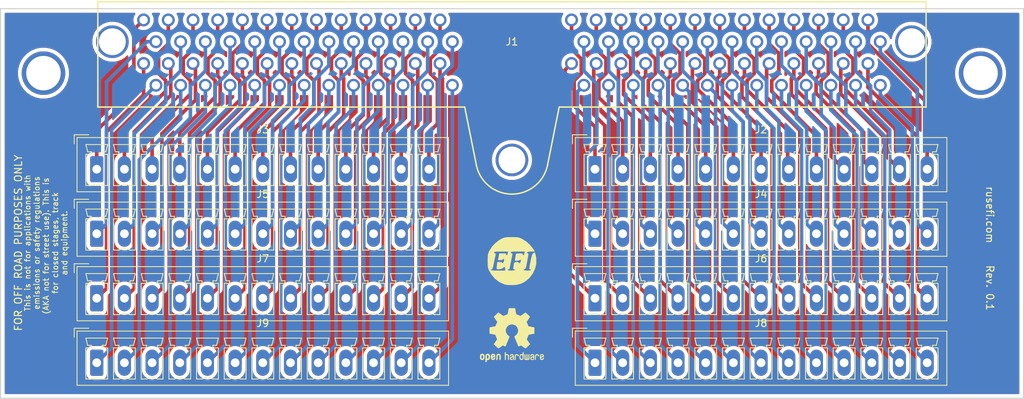
<source format=kicad_pcb>
(kicad_pcb (version 20171130) (host pcbnew 5.1.9)
  (layers (0 F.Cu signal) (31 B.Cu signal) (34 B.Paste user) (35 F.Paste user) (36 B.SilkS user) (37 F.SilkS user) (38 B.Mask user) (39 F.Mask user) (44 Edge.Cuts user))
  (net 0 "")
  (net 1 "Net-(J1-Pad90)")
  (net 2 "Net-(J1-Pad89)")
  (net 3 "Net-(J1-Pad88)")
  (net 4 "Net-(J1-Pad87)")
  (net 5 "Net-(J1-Pad86)")
  (net 6 "Net-(J1-Pad85)")
  (net 7 "Net-(J1-Pad84)")
  (net 8 "Net-(J1-Pad83)")
  (net 9 "Net-(J1-Pad82)")
  (net 10 "Net-(J1-Pad81)")
  (net 11 "Net-(J1-Pad80)")
  (net 12 "Net-(J1-Pad79)")
  (net 13 "Net-(J1-Pad53)")
  (net 14 "Net-(J1-Pad54)")
  (net 15 "Net-(J1-Pad55)")
  (net 16 "Net-(J1-Pad56)")
  (net 17 "Net-(J1-Pad57)")
  (net 18 "Net-(J1-Pad58)")
  (net 19 "Net-(J1-Pad59)")
  (net 20 "Net-(J1-Pad60)")
  (net 21 "Net-(J1-Pad61)")
  (net 22 "Net-(J1-Pad62)")
  (net 23 "Net-(J1-Pad63)")
  (net 24 "Net-(J1-Pad64)")
  (net 25 "Net-(J1-Pad37)")
  (net 26 "Net-(J1-Pad36)")
  (net 27 "Net-(J1-Pad35)")
  (net 28 "Net-(J1-Pad34)")
  (net 29 "Net-(J1-Pad33)")
  (net 30 "Net-(J1-Pad32)")
  (net 31 "Net-(J1-Pad31)")
  (net 32 "Net-(J1-Pad30)")
  (net 33 "Net-(J1-Pad29)")
  (net 34 "Net-(J1-Pad28)")
  (net 35 "Net-(J1-Pad27)")
  (net 36 "Net-(J1-Pad1)")
  (net 37 "Net-(J1-Pad2)")
  (net 38 "Net-(J1-Pad3)")
  (net 39 "Net-(J1-Pad4)")
  (net 40 "Net-(J1-Pad5)")
  (net 41 "Net-(J1-Pad6)")
  (net 42 "Net-(J1-Pad7)")
  (net 43 "Net-(J1-Pad8)")
  (net 44 "Net-(J1-Pad9)")
  (net 45 "Net-(J1-Pad10)")
  (net 46 "Net-(J1-Pad11)")
  (net 47 "Net-(J1-Pad12)")
  (net 48 "Net-(J1-Pad38)")
  (net 49 "Net-(J1-Pad13)")
  (net 50 "Net-(J1-Pad65)")
  (net 51 "Net-(J1-Pad91)")
  (net 52 "Net-(J1-Pad39)")
  (net 53 "Net-(J1-Pad104)")
  (net 54 "Net-(J1-Pad103)")
  (net 55 "Net-(J1-Pad102)")
  (net 56 "Net-(J1-Pad101)")
  (net 57 "Net-(J1-Pad100)")
  (net 58 "Net-(J1-Pad99)")
  (net 59 "Net-(J1-Pad98)")
  (net 60 "Net-(J1-Pad97)")
  (net 61 "Net-(J1-Pad72)")
  (net 62 "Net-(J1-Pad73)")
  (net 63 "Net-(J1-Pad74)")
  (net 64 "Net-(J1-Pad75)")
  (net 65 "Net-(J1-Pad76)")
  (net 66 "Net-(J1-Pad77)")
  (net 67 "Net-(J1-Pad78)")
  (net 68 "Net-(J1-Pad52)")
  (net 69 "Net-(J1-Pad51)")
  (net 70 "Net-(J1-Pad50)")
  (net 71 "Net-(J1-Pad49)")
  (net 72 "Net-(J1-Pad48)")
  (net 73 "Net-(J1-Pad47)")
  (net 74 "Net-(J1-Pad46)")
  (net 75 "Net-(J1-Pad45)")
  (net 76 "Net-(J1-Pad26)")
  (net 77 "Net-(J1-Pad25)")
  (net 78 "Net-(J1-Pad24)")
  (net 79 "Net-(J1-Pad23)")
  (net 80 "Net-(J1-Pad22)")
  (net 81 "Net-(J1-Pad21)")
  (net 82 "Net-(J1-Pad20)")
  (net 83 "Net-(J1-Pad19)")
  (net 84 "Net-(J1-Pad71)")
  (net 85 "Net-(J1-Pad96)")
  (net 86 "Net-(J1-Pad44)")
  (net 87 "Net-(J1-Pad70)")
  (net 88 "Net-(J1-Pad18)")
  (net 89 "Net-(J1-Pad43)")
  (net 90 "Net-(J1-Pad95)")
  (net 91 "Net-(J1-Pad69)")
  (net 92 "Net-(J1-Pad17)")
  (net 93 "Net-(J1-Pad42)")
  (net 94 "Net-(J1-Pad94)")
  (net 95 "Net-(J1-Pad68)")
  (net 96 "Net-(J1-Pad16)")
  (net 97 "Net-(J1-Pad93)")
  (net 98 "Net-(J1-Pad41)")
  (net 99 "Net-(J1-Pad15)")
  (net 100 "Net-(J1-Pad67)")
  (net 101 "Net-(J1-Pad92)")
  (net 102 "Net-(J1-Pad66)")
  (net 103 "Net-(J1-Pad40)")
  (net 104 "Net-(J1-Pad14)")
  (module Symbol:OSHW-Logo2_9.8x8mm_SilkScreen (layer F.Cu) (at 93.62 66.29)
    (fp_text reference REF** hide)
    (fp_text value OSHW-Logo2_9.8x8mm_SilkScreen hide)
  )
  (module rusefi_lib:Off_Road_Disclaimer (layer F.Cu) (at 28.85 53.59 90)
    (fp_text reference G? hide)
    (fp_text value Disclaimer hide)
    (fp_text user "FOR OFF ROAD PURPOSES ONLY" (at 0 -3.175 90) (layer F.SilkS))
    (fp_text user "This is not for applications with" (at 0 -1.905 90) (layer F.SilkS) (effects (font (size 0.762 0.762) (thickness 0.127))))
    (fp_text user "emissions or safety regulations" (at 0 -0.635 90) (layer F.SilkS) (effects (font (size 0.762 0.762) (thickness 0.127))))
    (fp_text user "(AKA not for street use). This is " (at -0.127 0.635 90) (layer F.SilkS) (effects (font (size 0.762 0.762) (thickness 0.127))))
    (fp_text user "for closed stages, track" (at 0 1.905 90) (layer F.SilkS) (effects (font (size 0.762 0.762) (thickness 0.127))))
    (fp_text user "and equipment." (at 0 3.175 90) (layer F.SilkS) (effects (font (size 0.762 0.762) (thickness 0.127))))
  )
  (module eecv:eecv (layer F.Cu) (at 93.62 20.36)
    (fp_text reference J1 (at 0 5.5) (layer F.SilkS))
    (fp_text value EEC-V)
    (pad "" thru_hole circle (at 0 21.8) (size 4.5 4.5) (drill 3.7) (layers *.Cu *.Mask))
    (pad 90 thru_hole circle (at 13.3 11.5) (size 1.778 1.778) (drill 1.143) (layers *.Cu *.Mask) (net 1 "Net-(J1-Pad90)"))
    (pad 89 thru_hole circle (at 16.7 11.5) (size 1.778 1.778) (drill 1.143) (layers *.Cu *.Mask) (net 2 "Net-(J1-Pad89)"))
    (pad 88 thru_hole circle (at 20.1 11.5) (size 1.778 1.778) (drill 1.143) (layers *.Cu *.Mask) (net 3 "Net-(J1-Pad88)"))
    (pad 87 thru_hole circle (at 23.5 11.5) (size 1.778 1.778) (drill 1.143) (layers *.Cu *.Mask) (net 4 "Net-(J1-Pad87)"))
    (pad 86 thru_hole circle (at 26.9 11.5) (size 1.778 1.778) (drill 1.143) (layers *.Cu *.Mask) (net 5 "Net-(J1-Pad86)"))
    (pad 85 thru_hole circle (at 30.3 11.5) (size 1.778 1.778) (drill 1.143) (layers *.Cu *.Mask) (net 6 "Net-(J1-Pad85)"))
    (pad 84 thru_hole circle (at 33.7 11.5) (size 1.778 1.778) (drill 1.143) (layers *.Cu *.Mask) (net 7 "Net-(J1-Pad84)"))
    (pad 83 thru_hole circle (at 37.1 11.5) (size 1.778 1.778) (drill 1.143) (layers *.Cu *.Mask) (net 8 "Net-(J1-Pad83)"))
    (pad 82 thru_hole circle (at 40.5 11.5) (size 1.778 1.778) (drill 1.143) (layers *.Cu *.Mask) (net 9 "Net-(J1-Pad82)"))
    (pad 81 thru_hole circle (at 43.9 11.5) (size 1.778 1.778) (drill 1.143) (layers *.Cu *.Mask) (net 10 "Net-(J1-Pad81)"))
    (pad 80 thru_hole circle (at 47.3 11.5) (size 1.778 1.778) (drill 1.143) (layers *.Cu *.Mask) (net 11 "Net-(J1-Pad80)"))
    (pad 79 thru_hole circle (at 50.7 11.5) (size 1.778 1.778) (drill 1.143) (layers *.Cu *.Mask) (net 12 "Net-(J1-Pad79)"))
    (pad 53 thru_hole circle (at 49 8.5) (size 1.778 1.778) (drill 1.143) (layers *.Cu *.Mask) (net 13 "Net-(J1-Pad53)"))
    (pad 54 thru_hole circle (at 45.6 8.5) (size 1.778 1.778) (drill 1.143) (layers *.Cu *.Mask) (net 14 "Net-(J1-Pad54)"))
    (pad 55 thru_hole circle (at 42.2 8.5) (size 1.778 1.778) (drill 1.143) (layers *.Cu *.Mask) (net 15 "Net-(J1-Pad55)"))
    (pad 56 thru_hole circle (at 38.8 8.5) (size 1.778 1.778) (drill 1.143) (layers *.Cu *.Mask) (net 16 "Net-(J1-Pad56)"))
    (pad 57 thru_hole circle (at 35.4 8.5) (size 1.778 1.778) (drill 1.143) (layers *.Cu *.Mask) (net 17 "Net-(J1-Pad57)"))
    (pad 58 thru_hole circle (at 32 8.5) (size 1.778 1.778) (drill 1.143) (layers *.Cu *.Mask) (net 18 "Net-(J1-Pad58)"))
    (pad 59 thru_hole circle (at 28.6 8.5) (size 1.778 1.778) (drill 1.143) (layers *.Cu *.Mask) (net 19 "Net-(J1-Pad59)"))
    (pad 60 thru_hole circle (at 25.2 8.5) (size 1.778 1.778) (drill 1.143) (layers *.Cu *.Mask) (net 20 "Net-(J1-Pad60)"))
    (pad 61 thru_hole circle (at 21.8 8.5) (size 1.778 1.778) (drill 1.143) (layers *.Cu *.Mask) (net 21 "Net-(J1-Pad61)"))
    (pad 62 thru_hole circle (at 18.4 8.5) (size 1.778 1.778) (drill 1.143) (layers *.Cu *.Mask) (net 22 "Net-(J1-Pad62)"))
    (pad 63 thru_hole circle (at 15 8.5) (size 1.778 1.778) (drill 1.143) (layers *.Cu *.Mask) (net 23 "Net-(J1-Pad63)"))
    (pad 64 thru_hole circle (at 11.6 8.5) (size 1.778 1.778) (drill 1.143) (layers *.Cu *.Mask) (net 24 "Net-(J1-Pad64)"))
    (pad 37 thru_hole circle (at 16.7 5.5) (size 1.778 1.778) (drill 1.143) (layers *.Cu *.Mask) (net 25 "Net-(J1-Pad37)"))
    (pad 36 thru_hole circle (at 20.1 5.5) (size 1.778 1.778) (drill 1.143) (layers *.Cu *.Mask) (net 26 "Net-(J1-Pad36)"))
    (pad 35 thru_hole circle (at 23.5 5.5) (size 1.778 1.778) (drill 1.143) (layers *.Cu *.Mask) (net 27 "Net-(J1-Pad35)"))
    (pad 34 thru_hole circle (at 26.9 5.5) (size 1.778 1.778) (drill 1.143) (layers *.Cu *.Mask) (net 28 "Net-(J1-Pad34)"))
    (pad 33 thru_hole circle (at 30.3 5.5) (size 1.778 1.778) (drill 1.143) (layers *.Cu *.Mask) (net 29 "Net-(J1-Pad33)"))
    (pad 32 thru_hole circle (at 33.7 5.5) (size 1.778 1.778) (drill 1.143) (layers *.Cu *.Mask) (net 30 "Net-(J1-Pad32)"))
    (pad 31 thru_hole circle (at 37.1 5.5) (size 1.778 1.778) (drill 1.143) (layers *.Cu *.Mask) (net 31 "Net-(J1-Pad31)"))
    (pad 30 thru_hole circle (at 40.5 5.5) (size 1.778 1.778) (drill 1.143) (layers *.Cu *.Mask) (net 32 "Net-(J1-Pad30)"))
    (pad 29 thru_hole circle (at 43.9 5.5) (size 1.778 1.778) (drill 1.143) (layers *.Cu *.Mask) (net 33 "Net-(J1-Pad29)"))
    (pad 28 thru_hole circle (at 47.3 5.5) (size 1.778 1.778) (drill 1.143) (layers *.Cu *.Mask) (net 34 "Net-(J1-Pad28)"))
    (pad 27 thru_hole circle (at 50.7 5.5) (size 1.778 1.778) (drill 1.143) (layers *.Cu *.Mask) (net 35 "Net-(J1-Pad27)"))
    (pad 1 thru_hole circle (at 49 2.5) (size 1.778 1.778) (drill 1.143) (layers *.Cu *.Mask) (net 36 "Net-(J1-Pad1)"))
    (pad 2 thru_hole circle (at 45.6 2.5) (size 1.778 1.778) (drill 1.143) (layers *.Cu *.Mask) (net 37 "Net-(J1-Pad2)"))
    (pad 3 thru_hole circle (at 42.2 2.5) (size 1.778 1.778) (drill 1.143) (layers *.Cu *.Mask) (net 38 "Net-(J1-Pad3)"))
    (pad 4 thru_hole circle (at 38.8 2.5) (size 1.778 1.778) (drill 1.143) (layers *.Cu *.Mask) (net 39 "Net-(J1-Pad4)"))
    (pad 5 thru_hole circle (at 35.4 2.5) (size 1.778 1.778) (drill 1.143) (layers *.Cu *.Mask) (net 40 "Net-(J1-Pad5)"))
    (pad 6 thru_hole circle (at 32 2.5) (size 1.778 1.778) (drill 1.143) (layers *.Cu *.Mask) (net 41 "Net-(J1-Pad6)"))
    (pad 7 thru_hole circle (at 28.6 2.5) (size 1.778 1.778) (drill 1.143) (layers *.Cu *.Mask) (net 42 "Net-(J1-Pad7)"))
    (pad 8 thru_hole circle (at 25.2 2.5) (size 1.778 1.778) (drill 1.143) (layers *.Cu *.Mask) (net 43 "Net-(J1-Pad8)"))
    (pad 9 thru_hole circle (at 21.8 2.5) (size 1.778 1.778) (drill 1.143) (layers *.Cu *.Mask) (net 44 "Net-(J1-Pad9)"))
    (pad 10 thru_hole circle (at 18.4 2.5) (size 1.778 1.778) (drill 1.143) (layers *.Cu *.Mask) (net 45 "Net-(J1-Pad10)"))
    (pad 11 thru_hole circle (at 15 2.5) (size 1.778 1.778) (drill 1.143) (layers *.Cu *.Mask) (net 46 "Net-(J1-Pad11)"))
    (pad 12 thru_hole circle (at 11.6 2.5) (size 1.778 1.778) (drill 1.143) (layers *.Cu *.Mask) (net 47 "Net-(J1-Pad12)"))
    (pad 38 thru_hole circle (at 13.3 5.5) (size 1.778 1.778) (drill 1.143) (layers *.Cu *.Mask) (net 48 "Net-(J1-Pad38)"))
    (pad 13 thru_hole circle (at 8.2 2.5) (size 1.778 1.778) (drill 1.143) (layers *.Cu *.Mask) (net 49 "Net-(J1-Pad13)"))
    (pad 65 thru_hole circle (at 8.2 8.5) (size 1.778 1.778) (drill 1.143) (layers *.Cu *.Mask) (net 50 "Net-(J1-Pad65)"))
    (pad 91 thru_hole circle (at 9.9 11.5) (size 1.778 1.778) (drill 1.143) (layers *.Cu *.Mask) (net 51 "Net-(J1-Pad91)"))
    (pad 39 thru_hole circle (at 9.9 5.5) (size 1.778 1.778) (drill 1.143) (layers *.Cu *.Mask) (net 52 "Net-(J1-Pad39)"))
    (pad 104 thru_hole circle (at -49 11.5) (size 1.778 1.778) (drill 1.143) (layers *.Cu *.Mask) (net 53 "Net-(J1-Pad104)"))
    (pad 103 thru_hole circle (at -45.6 11.5) (size 1.778 1.778) (drill 1.143) (layers *.Cu *.Mask) (net 54 "Net-(J1-Pad103)"))
    (pad 102 thru_hole circle (at -42.2 11.5) (size 1.778 1.778) (drill 1.143) (layers *.Cu *.Mask) (net 55 "Net-(J1-Pad102)"))
    (pad 101 thru_hole circle (at -38.8 11.5) (size 1.778 1.778) (drill 1.143) (layers *.Cu *.Mask) (net 56 "Net-(J1-Pad101)"))
    (pad 100 thru_hole circle (at -35.4 11.5) (size 1.778 1.778) (drill 1.143) (layers *.Cu *.Mask) (net 57 "Net-(J1-Pad100)"))
    (pad 99 thru_hole circle (at -32 11.5) (size 1.778 1.778) (drill 1.143) (layers *.Cu *.Mask) (net 58 "Net-(J1-Pad99)"))
    (pad 98 thru_hole circle (at -28.6 11.5) (size 1.778 1.778) (drill 1.143) (layers *.Cu *.Mask) (net 59 "Net-(J1-Pad98)"))
    (pad 97 thru_hole circle (at -25.2 11.5) (size 1.778 1.778) (drill 1.143) (layers *.Cu *.Mask) (net 60 "Net-(J1-Pad97)"))
    (pad 72 thru_hole circle (at -30.3 8.5) (size 1.778 1.778) (drill 1.143) (layers *.Cu *.Mask) (net 61 "Net-(J1-Pad72)"))
    (pad 73 thru_hole circle (at -33.7 8.5) (size 1.778 1.778) (drill 1.143) (layers *.Cu *.Mask) (net 62 "Net-(J1-Pad73)"))
    (pad 74 thru_hole circle (at -37.1 8.5) (size 1.778 1.778) (drill 1.143) (layers *.Cu *.Mask) (net 63 "Net-(J1-Pad74)"))
    (pad 75 thru_hole circle (at -40.5 8.5) (size 1.778 1.778) (drill 1.143) (layers *.Cu *.Mask) (net 64 "Net-(J1-Pad75)"))
    (pad 76 thru_hole circle (at -43.9 8.5) (size 1.778 1.778) (drill 1.143) (layers *.Cu *.Mask) (net 65 "Net-(J1-Pad76)"))
    (pad 77 thru_hole circle (at -47.3 8.5) (size 1.778 1.778) (drill 1.143) (layers *.Cu *.Mask) (net 66 "Net-(J1-Pad77)"))
    (pad 78 thru_hole circle (at -50.7 8.5) (size 1.778 1.778) (drill 1.143) (layers *.Cu *.Mask) (net 67 "Net-(J1-Pad78)"))
    (pad 52 thru_hole circle (at -49 5.5) (size 1.778 1.778) (drill 1.143) (layers *.Cu *.Mask) (net 68 "Net-(J1-Pad52)"))
    (pad 51 thru_hole circle (at -45.6 5.5) (size 1.778 1.778) (drill 1.143) (layers *.Cu *.Mask) (net 69 "Net-(J1-Pad51)"))
    (pad 50 thru_hole circle (at -42.2 5.5) (size 1.778 1.778) (drill 1.143) (layers *.Cu *.Mask) (net 70 "Net-(J1-Pad50)"))
    (pad 49 thru_hole circle (at -38.8 5.5) (size 1.778 1.778) (drill 1.143) (layers *.Cu *.Mask) (net 71 "Net-(J1-Pad49)"))
    (pad 48 thru_hole circle (at -35.4 5.5) (size 1.778 1.778) (drill 1.143) (layers *.Cu *.Mask) (net 72 "Net-(J1-Pad48)"))
    (pad 47 thru_hole circle (at -32 5.5) (size 1.778 1.778) (drill 1.143) (layers *.Cu *.Mask) (net 73 "Net-(J1-Pad47)"))
    (pad 46 thru_hole circle (at -28.6 5.5) (size 1.778 1.778) (drill 1.143) (layers *.Cu *.Mask) (net 74 "Net-(J1-Pad46)"))
    (pad 45 thru_hole circle (at -25.2 5.5) (size 1.778 1.778) (drill 1.143) (layers *.Cu *.Mask) (net 75 "Net-(J1-Pad45)"))
    (pad 26 thru_hole circle (at -50.7 2.5) (size 1.778 1.778) (drill 1.143) (layers *.Cu *.Mask) (net 76 "Net-(J1-Pad26)"))
    (pad 25 thru_hole circle (at -47.3 2.5) (size 1.778 1.778) (drill 1.143) (layers *.Cu *.Mask) (net 77 "Net-(J1-Pad25)"))
    (pad 24 thru_hole circle (at -43.9 2.5) (size 1.778 1.778) (drill 1.143) (layers *.Cu *.Mask) (net 78 "Net-(J1-Pad24)"))
    (pad 23 thru_hole circle (at -40.5 2.5) (size 1.778 1.778) (drill 1.143) (layers *.Cu *.Mask) (net 79 "Net-(J1-Pad23)"))
    (pad 22 thru_hole circle (at -37.1 2.5) (size 1.778 1.778) (drill 1.143) (layers *.Cu *.Mask) (net 80 "Net-(J1-Pad22)"))
    (pad 21 thru_hole circle (at -33.7 2.5) (size 1.778 1.778) (drill 1.143) (layers *.Cu *.Mask) (net 81 "Net-(J1-Pad21)"))
    (pad 20 thru_hole circle (at -30.3 2.5) (size 1.778 1.778) (drill 1.143) (layers *.Cu *.Mask) (net 82 "Net-(J1-Pad20)"))
    (pad 19 thru_hole circle (at -26.9 2.5) (size 1.778 1.778) (drill 1.143) (layers *.Cu *.Mask) (net 83 "Net-(J1-Pad19)"))
    (pad 71 thru_hole circle (at -26.9 8.5) (size 1.778 1.778) (drill 1.143) (layers *.Cu *.Mask) (net 84 "Net-(J1-Pad71)"))
    (pad 96 thru_hole circle (at -21.8 11.5) (size 1.778 1.778) (drill 1.143) (layers *.Cu *.Mask) (net 85 "Net-(J1-Pad96)"))
    (pad 44 thru_hole circle (at -21.8 5.5) (size 1.778 1.778) (drill 1.143) (layers *.Cu *.Mask) (net 86 "Net-(J1-Pad44)"))
    (pad 70 thru_hole circle (at -23.5 8.5) (size 1.778 1.778) (drill 1.143) (layers *.Cu *.Mask) (net 87 "Net-(J1-Pad70)"))
    (pad 18 thru_hole circle (at -23.5 2.5) (size 1.778 1.778) (drill 1.143) (layers *.Cu *.Mask) (net 88 "Net-(J1-Pad18)"))
    (pad 43 thru_hole circle (at -18.4 5.5) (size 1.778 1.778) (drill 1.143) (layers *.Cu *.Mask) (net 89 "Net-(J1-Pad43)"))
    (pad 95 thru_hole circle (at -18.4 11.5) (size 1.778 1.778) (drill 1.143) (layers *.Cu *.Mask) (net 90 "Net-(J1-Pad95)"))
    (pad 69 thru_hole circle (at -20.1 8.5) (size 1.778 1.778) (drill 1.143) (layers *.Cu *.Mask) (net 91 "Net-(J1-Pad69)"))
    (pad 17 thru_hole circle (at -20.1 2.5) (size 1.778 1.778) (drill 1.143) (layers *.Cu *.Mask) (net 92 "Net-(J1-Pad17)"))
    (pad 42 thru_hole circle (at -15 5.5) (size 1.778 1.778) (drill 1.143) (layers *.Cu *.Mask) (net 93 "Net-(J1-Pad42)"))
    (pad 94 thru_hole circle (at -15 11.5) (size 1.778 1.778) (drill 1.143) (layers *.Cu *.Mask) (net 94 "Net-(J1-Pad94)"))
    (pad 68 thru_hole circle (at -16.7 8.5) (size 1.778 1.778) (drill 1.143) (layers *.Cu *.Mask) (net 95 "Net-(J1-Pad68)"))
    (pad 16 thru_hole circle (at -16.7 2.5) (size 1.778 1.778) (drill 1.143) (layers *.Cu *.Mask) (net 96 "Net-(J1-Pad16)"))
    (pad 93 thru_hole circle (at -11.6 11.5) (size 1.778 1.778) (drill 1.143) (layers *.Cu *.Mask) (net 97 "Net-(J1-Pad93)"))
    (pad 41 thru_hole circle (at -11.6 5.5) (size 1.778 1.778) (drill 1.143) (layers *.Cu *.Mask) (net 98 "Net-(J1-Pad41)"))
    (pad 15 thru_hole circle (at -13.3 2.5) (size 1.778 1.778) (drill 1.143) (layers *.Cu *.Mask) (net 99 "Net-(J1-Pad15)"))
    (pad 67 thru_hole circle (at -13.3 8.5) (size 1.778 1.778) (drill 1.143) (layers *.Cu *.Mask) (net 100 "Net-(J1-Pad67)"))
    (pad 92 thru_hole circle (at -8.2 11.5) (size 1.778 1.778) (drill 1.143) (layers *.Cu *.Mask) (net 101 "Net-(J1-Pad92)"))
    (pad 66 thru_hole circle (at -9.9 8.5) (size 1.778 1.778) (drill 1.143) (layers *.Cu *.Mask) (net 102 "Net-(J1-Pad66)"))
    (pad 40 thru_hole circle (at -8.2 5.5) (size 1.778 1.778) (drill 1.143) (layers *.Cu *.Mask) (net 103 "Net-(J1-Pad40)"))
    (pad 14 thru_hole circle (at -9.9 2.5) (size 1.778 1.778) (drill 1.143) (layers *.Cu *.Mask) (net 104 "Net-(J1-Pad14)"))
    (pad "" thru_hole circle (at 55 5.5) (size 4.5 4.5) (drill 3.7) (layers *.Cu *.Mask))
    (pad "" thru_hole circle (at -55 5.5) (size 4.5 4.5) (drill 3.7) (layers *.Cu *.Mask))
  )
  (module Connector_Phoenix_MC:PhoenixContact_MCV_1,5_13-G-3.81_1x13_P3.81mm_Vertical (layer F.Cu) (at 36.47 70.1)
    (fp_text reference J9 (at 22.86 -5.45) (layer F.SilkS))
    (fp_text value Conn_01x13)
    (pad 13 thru_hole oval (at 45.72 0) (size 1.8 3.6) (drill 1.2) (layers *.Cu *.Mask) (net 101 "Net-(J1-Pad92)"))
    (pad 12 thru_hole oval (at 41.91 0) (size 1.8 3.6) (drill 1.2) (layers *.Cu *.Mask) (net 97 "Net-(J1-Pad93)"))
    (pad 11 thru_hole oval (at 38.1 0) (size 1.8 3.6) (drill 1.2) (layers *.Cu *.Mask) (net 94 "Net-(J1-Pad94)"))
    (pad 10 thru_hole oval (at 34.29 0) (size 1.8 3.6) (drill 1.2) (layers *.Cu *.Mask) (net 90 "Net-(J1-Pad95)"))
    (pad 9 thru_hole oval (at 30.48 0) (size 1.8 3.6) (drill 1.2) (layers *.Cu *.Mask) (net 85 "Net-(J1-Pad96)"))
    (pad 8 thru_hole oval (at 26.67 0) (size 1.8 3.6) (drill 1.2) (layers *.Cu *.Mask) (net 60 "Net-(J1-Pad97)"))
    (pad 7 thru_hole oval (at 22.86 0) (size 1.8 3.6) (drill 1.2) (layers *.Cu *.Mask) (net 59 "Net-(J1-Pad98)"))
    (pad 6 thru_hole oval (at 19.05 0) (size 1.8 3.6) (drill 1.2) (layers *.Cu *.Mask) (net 58 "Net-(J1-Pad99)"))
    (pad 5 thru_hole oval (at 15.24 0) (size 1.8 3.6) (drill 1.2) (layers *.Cu *.Mask) (net 57 "Net-(J1-Pad100)"))
    (pad 4 thru_hole oval (at 11.43 0) (size 1.8 3.6) (drill 1.2) (layers *.Cu *.Mask) (net 56 "Net-(J1-Pad101)"))
    (pad 3 thru_hole oval (at 7.62 0) (size 1.8 3.6) (drill 1.2) (layers *.Cu *.Mask) (net 55 "Net-(J1-Pad102)"))
    (pad 2 thru_hole oval (at 3.81 0) (size 1.8 3.6) (drill 1.2) (layers *.Cu *.Mask) (net 54 "Net-(J1-Pad103)"))
    (pad 1 thru_hole roundrect (at 0 0) (size 1.8 3.6) (drill 1.2) (layers *.Cu *.Mask) (roundrect_rratio 0.1388888888888889) (net 53 "Net-(J1-Pad104)"))
  )
  (module Connector_Phoenix_MC:PhoenixContact_MCV_1,5_13-G-3.81_1x13_P3.81mm_Vertical (layer F.Cu) (at 105.05 70.1)
    (fp_text reference J8 (at 22.86 -5.45) (layer F.SilkS))
    (fp_text value Conn_01x13)
    (pad 13 thru_hole oval (at 45.72 0) (size 1.8 3.6) (drill 1.2) (layers *.Cu *.Mask) (net 12 "Net-(J1-Pad79)"))
    (pad 12 thru_hole oval (at 41.91 0) (size 1.8 3.6) (drill 1.2) (layers *.Cu *.Mask) (net 11 "Net-(J1-Pad80)"))
    (pad 11 thru_hole oval (at 38.1 0) (size 1.8 3.6) (drill 1.2) (layers *.Cu *.Mask) (net 10 "Net-(J1-Pad81)"))
    (pad 10 thru_hole oval (at 34.29 0) (size 1.8 3.6) (drill 1.2) (layers *.Cu *.Mask) (net 9 "Net-(J1-Pad82)"))
    (pad 9 thru_hole oval (at 30.48 0) (size 1.8 3.6) (drill 1.2) (layers *.Cu *.Mask) (net 8 "Net-(J1-Pad83)"))
    (pad 8 thru_hole oval (at 26.67 0) (size 1.8 3.6) (drill 1.2) (layers *.Cu *.Mask) (net 7 "Net-(J1-Pad84)"))
    (pad 7 thru_hole oval (at 22.86 0) (size 1.8 3.6) (drill 1.2) (layers *.Cu *.Mask) (net 6 "Net-(J1-Pad85)"))
    (pad 6 thru_hole oval (at 19.05 0) (size 1.8 3.6) (drill 1.2) (layers *.Cu *.Mask) (net 5 "Net-(J1-Pad86)"))
    (pad 5 thru_hole oval (at 15.24 0) (size 1.8 3.6) (drill 1.2) (layers *.Cu *.Mask) (net 4 "Net-(J1-Pad87)"))
    (pad 4 thru_hole oval (at 11.43 0) (size 1.8 3.6) (drill 1.2) (layers *.Cu *.Mask) (net 3 "Net-(J1-Pad88)"))
    (pad 3 thru_hole oval (at 7.62 0) (size 1.8 3.6) (drill 1.2) (layers *.Cu *.Mask) (net 2 "Net-(J1-Pad89)"))
    (pad 2 thru_hole oval (at 3.81 0) (size 1.8 3.6) (drill 1.2) (layers *.Cu *.Mask) (net 1 "Net-(J1-Pad90)"))
    (pad 1 thru_hole roundrect (at 0 0) (size 1.8 3.6) (drill 1.2) (layers *.Cu *.Mask) (roundrect_rratio 0.1388888888888889) (net 51 "Net-(J1-Pad91)"))
  )
  (module Connector_Phoenix_MC:PhoenixContact_MCV_1,5_13-G-3.81_1x13_P3.81mm_Vertical (layer F.Cu) (at 36.47 61.21)
    (fp_text reference J7 (at 22.86 -5.45) (layer F.SilkS))
    (fp_text value Conn_01x13)
    (pad 13 thru_hole oval (at 45.72 0) (size 1.8 3.6) (drill 1.2) (layers *.Cu *.Mask) (net 102 "Net-(J1-Pad66)"))
    (pad 12 thru_hole oval (at 41.91 0) (size 1.8 3.6) (drill 1.2) (layers *.Cu *.Mask) (net 100 "Net-(J1-Pad67)"))
    (pad 11 thru_hole oval (at 38.1 0) (size 1.8 3.6) (drill 1.2) (layers *.Cu *.Mask) (net 95 "Net-(J1-Pad68)"))
    (pad 10 thru_hole oval (at 34.29 0) (size 1.8 3.6) (drill 1.2) (layers *.Cu *.Mask) (net 91 "Net-(J1-Pad69)"))
    (pad 9 thru_hole oval (at 30.48 0) (size 1.8 3.6) (drill 1.2) (layers *.Cu *.Mask) (net 87 "Net-(J1-Pad70)"))
    (pad 8 thru_hole oval (at 26.67 0) (size 1.8 3.6) (drill 1.2) (layers *.Cu *.Mask) (net 84 "Net-(J1-Pad71)"))
    (pad 7 thru_hole oval (at 22.86 0) (size 1.8 3.6) (drill 1.2) (layers *.Cu *.Mask) (net 61 "Net-(J1-Pad72)"))
    (pad 6 thru_hole oval (at 19.05 0) (size 1.8 3.6) (drill 1.2) (layers *.Cu *.Mask) (net 62 "Net-(J1-Pad73)"))
    (pad 5 thru_hole oval (at 15.24 0) (size 1.8 3.6) (drill 1.2) (layers *.Cu *.Mask) (net 63 "Net-(J1-Pad74)"))
    (pad 4 thru_hole oval (at 11.43 0) (size 1.8 3.6) (drill 1.2) (layers *.Cu *.Mask) (net 64 "Net-(J1-Pad75)"))
    (pad 3 thru_hole oval (at 7.62 0) (size 1.8 3.6) (drill 1.2) (layers *.Cu *.Mask) (net 65 "Net-(J1-Pad76)"))
    (pad 2 thru_hole oval (at 3.81 0) (size 1.8 3.6) (drill 1.2) (layers *.Cu *.Mask) (net 66 "Net-(J1-Pad77)"))
    (pad 1 thru_hole roundrect (at 0 0) (size 1.8 3.6) (drill 1.2) (layers *.Cu *.Mask) (roundrect_rratio 0.1388888888888889) (net 67 "Net-(J1-Pad78)"))
  )
  (module Connector_Phoenix_MC:PhoenixContact_MCV_1,5_13-G-3.81_1x13_P3.81mm_Vertical (layer F.Cu) (at 105.05 61.21)
    (fp_text reference J6 (at 22.86 -5.45) (layer F.SilkS))
    (fp_text value Conn_01x13)
    (pad 13 thru_hole oval (at 45.72 0) (size 1.8 3.6) (drill 1.2) (layers *.Cu *.Mask) (net 13 "Net-(J1-Pad53)"))
    (pad 12 thru_hole oval (at 41.91 0) (size 1.8 3.6) (drill 1.2) (layers *.Cu *.Mask) (net 14 "Net-(J1-Pad54)"))
    (pad 11 thru_hole oval (at 38.1 0) (size 1.8 3.6) (drill 1.2) (layers *.Cu *.Mask) (net 15 "Net-(J1-Pad55)"))
    (pad 10 thru_hole oval (at 34.29 0) (size 1.8 3.6) (drill 1.2) (layers *.Cu *.Mask) (net 16 "Net-(J1-Pad56)"))
    (pad 9 thru_hole oval (at 30.48 0) (size 1.8 3.6) (drill 1.2) (layers *.Cu *.Mask) (net 17 "Net-(J1-Pad57)"))
    (pad 8 thru_hole oval (at 26.67 0) (size 1.8 3.6) (drill 1.2) (layers *.Cu *.Mask) (net 18 "Net-(J1-Pad58)"))
    (pad 7 thru_hole oval (at 22.86 0) (size 1.8 3.6) (drill 1.2) (layers *.Cu *.Mask) (net 19 "Net-(J1-Pad59)"))
    (pad 6 thru_hole oval (at 19.05 0) (size 1.8 3.6) (drill 1.2) (layers *.Cu *.Mask) (net 20 "Net-(J1-Pad60)"))
    (pad 5 thru_hole oval (at 15.24 0) (size 1.8 3.6) (drill 1.2) (layers *.Cu *.Mask) (net 21 "Net-(J1-Pad61)"))
    (pad 4 thru_hole oval (at 11.43 0) (size 1.8 3.6) (drill 1.2) (layers *.Cu *.Mask) (net 22 "Net-(J1-Pad62)"))
    (pad 3 thru_hole oval (at 7.62 0) (size 1.8 3.6) (drill 1.2) (layers *.Cu *.Mask) (net 23 "Net-(J1-Pad63)"))
    (pad 2 thru_hole oval (at 3.81 0) (size 1.8 3.6) (drill 1.2) (layers *.Cu *.Mask) (net 24 "Net-(J1-Pad64)"))
    (pad 1 thru_hole roundrect (at 0 0) (size 1.8 3.6) (drill 1.2) (layers *.Cu *.Mask) (roundrect_rratio 0.1388888888888889) (net 50 "Net-(J1-Pad65)"))
  )
  (module Connector_Phoenix_MC:PhoenixContact_MCV_1,5_13-G-3.81_1x13_P3.81mm_Vertical (layer F.Cu) (at 36.47 52.32)
    (fp_text reference J5 (at 22.86 -5.45) (layer F.SilkS))
    (fp_text value Conn_01x13)
    (pad 13 thru_hole oval (at 45.72 0) (size 1.8 3.6) (drill 1.2) (layers *.Cu *.Mask) (net 103 "Net-(J1-Pad40)"))
    (pad 12 thru_hole oval (at 41.91 0) (size 1.8 3.6) (drill 1.2) (layers *.Cu *.Mask) (net 98 "Net-(J1-Pad41)"))
    (pad 11 thru_hole oval (at 38.1 0) (size 1.8 3.6) (drill 1.2) (layers *.Cu *.Mask) (net 93 "Net-(J1-Pad42)"))
    (pad 10 thru_hole oval (at 34.29 0) (size 1.8 3.6) (drill 1.2) (layers *.Cu *.Mask) (net 89 "Net-(J1-Pad43)"))
    (pad 9 thru_hole oval (at 30.48 0) (size 1.8 3.6) (drill 1.2) (layers *.Cu *.Mask) (net 86 "Net-(J1-Pad44)"))
    (pad 8 thru_hole oval (at 26.67 0) (size 1.8 3.6) (drill 1.2) (layers *.Cu *.Mask) (net 75 "Net-(J1-Pad45)"))
    (pad 7 thru_hole oval (at 22.86 0) (size 1.8 3.6) (drill 1.2) (layers *.Cu *.Mask) (net 74 "Net-(J1-Pad46)"))
    (pad 6 thru_hole oval (at 19.05 0) (size 1.8 3.6) (drill 1.2) (layers *.Cu *.Mask) (net 73 "Net-(J1-Pad47)"))
    (pad 5 thru_hole oval (at 15.24 0) (size 1.8 3.6) (drill 1.2) (layers *.Cu *.Mask) (net 72 "Net-(J1-Pad48)"))
    (pad 4 thru_hole oval (at 11.43 0) (size 1.8 3.6) (drill 1.2) (layers *.Cu *.Mask) (net 71 "Net-(J1-Pad49)"))
    (pad 3 thru_hole oval (at 7.62 0) (size 1.8 3.6) (drill 1.2) (layers *.Cu *.Mask) (net 70 "Net-(J1-Pad50)"))
    (pad 2 thru_hole oval (at 3.81 0) (size 1.8 3.6) (drill 1.2) (layers *.Cu *.Mask) (net 69 "Net-(J1-Pad51)"))
    (pad 1 thru_hole roundrect (at 0 0) (size 1.8 3.6) (drill 1.2) (layers *.Cu *.Mask) (roundrect_rratio 0.1388888888888889) (net 68 "Net-(J1-Pad52)"))
  )
  (module Connector_Phoenix_MC:PhoenixContact_MCV_1,5_13-G-3.81_1x13_P3.81mm_Vertical (layer F.Cu) (at 105.05 52.32)
    (fp_text reference J4 (at 22.86 -5.45) (layer F.SilkS))
    (fp_text value Conn_01x13)
    (pad 13 thru_hole oval (at 45.72 0) (size 1.8 3.6) (drill 1.2) (layers *.Cu *.Mask) (net 35 "Net-(J1-Pad27)"))
    (pad 12 thru_hole oval (at 41.91 0) (size 1.8 3.6) (drill 1.2) (layers *.Cu *.Mask) (net 34 "Net-(J1-Pad28)"))
    (pad 11 thru_hole oval (at 38.1 0) (size 1.8 3.6) (drill 1.2) (layers *.Cu *.Mask) (net 33 "Net-(J1-Pad29)"))
    (pad 10 thru_hole oval (at 34.29 0) (size 1.8 3.6) (drill 1.2) (layers *.Cu *.Mask) (net 32 "Net-(J1-Pad30)"))
    (pad 9 thru_hole oval (at 30.48 0) (size 1.8 3.6) (drill 1.2) (layers *.Cu *.Mask) (net 31 "Net-(J1-Pad31)"))
    (pad 8 thru_hole oval (at 26.67 0) (size 1.8 3.6) (drill 1.2) (layers *.Cu *.Mask) (net 30 "Net-(J1-Pad32)"))
    (pad 7 thru_hole oval (at 22.86 0) (size 1.8 3.6) (drill 1.2) (layers *.Cu *.Mask) (net 29 "Net-(J1-Pad33)"))
    (pad 6 thru_hole oval (at 19.05 0) (size 1.8 3.6) (drill 1.2) (layers *.Cu *.Mask) (net 28 "Net-(J1-Pad34)"))
    (pad 5 thru_hole oval (at 15.24 0) (size 1.8 3.6) (drill 1.2) (layers *.Cu *.Mask) (net 27 "Net-(J1-Pad35)"))
    (pad 4 thru_hole oval (at 11.43 0) (size 1.8 3.6) (drill 1.2) (layers *.Cu *.Mask) (net 26 "Net-(J1-Pad36)"))
    (pad 3 thru_hole oval (at 7.62 0) (size 1.8 3.6) (drill 1.2) (layers *.Cu *.Mask) (net 25 "Net-(J1-Pad37)"))
    (pad 2 thru_hole oval (at 3.81 0) (size 1.8 3.6) (drill 1.2) (layers *.Cu *.Mask) (net 48 "Net-(J1-Pad38)"))
    (pad 1 thru_hole roundrect (at 0 0) (size 1.8 3.6) (drill 1.2) (layers *.Cu *.Mask) (roundrect_rratio 0.1388888888888889) (net 52 "Net-(J1-Pad39)"))
  )
  (module Connector_Phoenix_MC:PhoenixContact_MCV_1,5_13-G-3.81_1x13_P3.81mm_Vertical (layer F.Cu) (at 36.47 43.43)
    (fp_text reference J3 (at 22.86 -5.45) (layer F.SilkS))
    (fp_text value Conn_01x13)
    (pad 13 thru_hole oval (at 45.72 0) (size 1.8 3.6) (drill 1.2) (layers *.Cu *.Mask) (net 104 "Net-(J1-Pad14)"))
    (pad 12 thru_hole oval (at 41.91 0) (size 1.8 3.6) (drill 1.2) (layers *.Cu *.Mask) (net 99 "Net-(J1-Pad15)"))
    (pad 11 thru_hole oval (at 38.1 0) (size 1.8 3.6) (drill 1.2) (layers *.Cu *.Mask) (net 96 "Net-(J1-Pad16)"))
    (pad 10 thru_hole oval (at 34.29 0) (size 1.8 3.6) (drill 1.2) (layers *.Cu *.Mask) (net 92 "Net-(J1-Pad17)"))
    (pad 9 thru_hole oval (at 30.48 0) (size 1.8 3.6) (drill 1.2) (layers *.Cu *.Mask) (net 88 "Net-(J1-Pad18)"))
    (pad 8 thru_hole oval (at 26.67 0) (size 1.8 3.6) (drill 1.2) (layers *.Cu *.Mask) (net 83 "Net-(J1-Pad19)"))
    (pad 7 thru_hole oval (at 22.86 0) (size 1.8 3.6) (drill 1.2) (layers *.Cu *.Mask) (net 82 "Net-(J1-Pad20)"))
    (pad 6 thru_hole oval (at 19.05 0) (size 1.8 3.6) (drill 1.2) (layers *.Cu *.Mask) (net 81 "Net-(J1-Pad21)"))
    (pad 5 thru_hole oval (at 15.24 0) (size 1.8 3.6) (drill 1.2) (layers *.Cu *.Mask) (net 80 "Net-(J1-Pad22)"))
    (pad 4 thru_hole oval (at 11.43 0) (size 1.8 3.6) (drill 1.2) (layers *.Cu *.Mask) (net 79 "Net-(J1-Pad23)"))
    (pad 3 thru_hole oval (at 7.62 0) (size 1.8 3.6) (drill 1.2) (layers *.Cu *.Mask) (net 78 "Net-(J1-Pad24)"))
    (pad 2 thru_hole oval (at 3.81 0) (size 1.8 3.6) (drill 1.2) (layers *.Cu *.Mask) (net 77 "Net-(J1-Pad25)"))
    (pad 1 thru_hole roundrect (at 0 0) (size 1.8 3.6) (drill 1.2) (layers *.Cu *.Mask) (roundrect_rratio 0.1388888888888889) (net 76 "Net-(J1-Pad26)"))
  )
  (module Connector_Phoenix_MC:PhoenixContact_MCV_1,5_13-G-3.81_1x13_P3.81mm_Vertical (layer F.Cu) (at 105.05 43.43)
    (fp_text reference J2 (at 22.86 -5.45) (layer F.SilkS))
    (fp_text value Conn_01x13)
    (pad 13 thru_hole oval (at 45.72 0) (size 1.8 3.6) (drill 1.2) (layers *.Cu *.Mask) (net 36 "Net-(J1-Pad1)"))
    (pad 12 thru_hole oval (at 41.91 0) (size 1.8 3.6) (drill 1.2) (layers *.Cu *.Mask) (net 37 "Net-(J1-Pad2)"))
    (pad 11 thru_hole oval (at 38.1 0) (size 1.8 3.6) (drill 1.2) (layers *.Cu *.Mask) (net 38 "Net-(J1-Pad3)"))
    (pad 10 thru_hole oval (at 34.29 0) (size 1.8 3.6) (drill 1.2) (layers *.Cu *.Mask) (net 39 "Net-(J1-Pad4)"))
    (pad 9 thru_hole oval (at 30.48 0) (size 1.8 3.6) (drill 1.2) (layers *.Cu *.Mask) (net 40 "Net-(J1-Pad5)"))
    (pad 8 thru_hole oval (at 26.67 0) (size 1.8 3.6) (drill 1.2) (layers *.Cu *.Mask) (net 41 "Net-(J1-Pad6)"))
    (pad 7 thru_hole oval (at 22.86 0) (size 1.8 3.6) (drill 1.2) (layers *.Cu *.Mask) (net 42 "Net-(J1-Pad7)"))
    (pad 6 thru_hole oval (at 19.05 0) (size 1.8 3.6) (drill 1.2) (layers *.Cu *.Mask) (net 43 "Net-(J1-Pad8)"))
    (pad 5 thru_hole oval (at 15.24 0) (size 1.8 3.6) (drill 1.2) (layers *.Cu *.Mask) (net 44 "Net-(J1-Pad9)"))
    (pad 4 thru_hole oval (at 11.43 0) (size 1.8 3.6) (drill 1.2) (layers *.Cu *.Mask) (net 45 "Net-(J1-Pad10)"))
    (pad 3 thru_hole oval (at 7.62 0) (size 1.8 3.6) (drill 1.2) (layers *.Cu *.Mask) (net 46 "Net-(J1-Pad11)"))
    (pad 2 thru_hole oval (at 3.81 0) (size 1.8 3.6) (drill 1.2) (layers *.Cu *.Mask) (net 47 "Net-(J1-Pad12)"))
    (pad 1 thru_hole roundrect (at 0 0) (size 1.8 3.6) (drill 1.2) (layers *.Cu *.Mask) (roundrect_rratio 0.1388888888888889) (net 49 "Net-(J1-Pad13)"))
  )
  (module rusefi_lib:LOGO (layer F.Cu) (at 93.62 56.13)
    (fp_text reference G? hide)
    (fp_text value LOGO hide)
  )
  (gr_text "rusefi.com    Rev. 0.1" (at 159.406 54.352 -90) (layer F.SilkS) (effects (font (size 1 1))))
  (gr_line (start 164.03 21.3) (end 164.03 75) (layer Edge.Cuts) (width 0.15))
  (gr_line (start 23.23 75) (end 164.03 75) (layer Edge.Cuts) (width 0.15))
  (gr_line (start 23.23 21.3) (end 23.23 75) (layer Edge.Cuts) (width 0.15))
  (gr_line (start 23.23 21.3) (end 164.03 21.3) (layer Edge.Cuts) (width 0.15))
  (via (at 158.12 30.19) (size 6) (drill 4.75) (layers F.Cu B.Cu) (net 0))
  (via (at 29.14 30.19) (size 6) (drill 4.75) (layers F.Cu B.Cu) (net 0))
  (segment (start 106.80998 68.04998) (end 108.86 70.1) (width 0.5) (layer B.Cu) (net 1))
  (segment (start 106.80998 41.680855) (end 106.80998 68.04998) (width 0.5) (layer B.Cu) (net 1))
  (segment (start 106.92 41.570835) (end 106.80998 41.680855) (width 0.5) (layer B.Cu) (net 1))
  (segment (start 106.92 31.86) (end 106.92 41.570835) (width 0.5) (layer B.Cu) (net 1))
  (segment (start 110.32 67.75) (end 112.67 70.1) (width 0.5) (layer B.Cu) (net 2))
  (segment (start 110.32 31.86) (end 110.32 67.75) (width 0.5) (layer B.Cu) (net 2))
  (segment (start 114.02001 67.64001) (end 116.48 70.1) (width 0.5) (layer B.Cu) (net 3))
  (segment (start 114.02001 32.16001) (end 114.02001 67.64001) (width 0.5) (layer B.Cu) (net 3))
  (segment (start 113.72 31.86) (end 114.02001 32.16001) (width 0.5) (layer B.Cu) (net 3))
  (segment (start 118.008999 67.818999) (end 120.29 70.1) (width 0.5) (layer B.Cu) (net 4))
  (segment (start 118.008999 32.748999) (end 118.008999 67.818999) (width 0.5) (layer B.Cu) (net 4))
  (segment (start 117.12 31.86) (end 118.008999 32.748999) (width 0.5) (layer B.Cu) (net 4))
  (segment (start 121.64001 67.64001) (end 124.1 70.1) (width 0.5) (layer B.Cu) (net 5))
  (segment (start 121.64001 32.98001) (end 121.64001 67.64001) (width 0.5) (layer B.Cu) (net 5))
  (segment (start 120.52 31.86) (end 121.64001 32.98001) (width 0.5) (layer B.Cu) (net 5))
  (segment (start 123.92 31.86) (end 123.92 35.376) (width 0.5) (layer B.Cu) (net 6))
  (segment (start 125.45001 67.64001) (end 127.91 70.1) (width 0.5) (layer B.Cu) (net 6))
  (segment (start 125.45001 36.90601) (end 125.45001 67.64001) (width 0.5) (layer B.Cu) (net 6))
  (segment (start 123.92 35.376) (end 125.45001 36.90601) (width 0.5) (layer B.Cu) (net 6))
  (segment (start 127.32 31.86) (end 127.32 35.474) (width 0.5) (layer B.Cu) (net 7))
  (segment (start 129.66998 68.04998) (end 131.72 70.1) (width 0.5) (layer B.Cu) (net 7))
  (segment (start 129.66998 37.82398) (end 129.66998 68.04998) (width 0.5) (layer B.Cu) (net 7))
  (segment (start 127.32 35.474) (end 129.66998 37.82398) (width 0.5) (layer B.Cu) (net 7))
  (segment (start 130.72 31.86) (end 130.72 35.33602) (width 0.5) (layer B.Cu) (net 8))
  (segment (start 133.47998 68.04998) (end 135.53 70.1) (width 0.5) (layer B.Cu) (net 8))
  (segment (start 133.47998 38.096) (end 133.47998 68.04998) (width 0.5) (layer B.Cu) (net 8))
  (segment (start 130.72 35.33602) (end 133.47998 38.096) (width 0.5) (layer B.Cu) (net 8))
  (segment (start 134.12 31.86) (end 134.12 35.416) (width 0.5) (layer B.Cu) (net 9))
  (segment (start 136.88001 67.64001) (end 139.34 70.1) (width 0.5) (layer B.Cu) (net 9))
  (segment (start 136.88001 38.17601) (end 136.88001 67.64001) (width 0.5) (layer B.Cu) (net 9))
  (segment (start 134.12 35.416) (end 136.88001 38.17601) (width 0.5) (layer B.Cu) (net 9))
  (segment (start 137.52 31.86) (end 137.52 35.26) (width 0.5) (layer B.Cu) (net 10))
  (segment (start 141.09998 68.04998) (end 143.15 70.1) (width 0.5) (layer B.Cu) (net 10))
  (segment (start 141.09998 38.83998) (end 141.09998 68.04998) (width 0.5) (layer B.Cu) (net 10))
  (segment (start 137.52 35.26) (end 141.09998 38.83998) (width 0.5) (layer B.Cu) (net 10))
  (segment (start 144.90998 68.04998) (end 146.96 70.1) (width 0.5) (layer B.Cu) (net 11))
  (segment (start 144.90998 38.83998) (end 144.90998 68.04998) (width 0.5) (layer B.Cu) (net 11))
  (segment (start 140.92 34.85) (end 144.90998 38.83998) (width 0.5) (layer B.Cu) (net 11))
  (segment (start 140.92 31.86) (end 140.92 34.85) (width 0.5) (layer B.Cu) (net 11))
  (segment (start 144.32 31.86) (end 144.32 33.17) (width 0.5) (layer B.Cu) (net 12))
  (segment (start 148.71998 68.04998) (end 150.77 70.1) (width 0.5) (layer B.Cu) (net 12))
  (segment (start 148.71998 37.56998) (end 148.71998 68.04998) (width 0.5) (layer B.Cu) (net 12))
  (segment (start 144.32 33.17) (end 148.71998 37.56998) (width 0.5) (layer B.Cu) (net 12))
  (segment (start 149.41999 59.85999) (end 150.77 61.21) (width 0.5) (layer F.Cu) (net 13))
  (segment (start 142.62 32.141722) (end 149.41999 38.941712) (width 0.5) (layer F.Cu) (net 13))
  (segment (start 149.41999 38.941712) (end 149.41999 59.85999) (width 0.5) (layer F.Cu) (net 13))
  (segment (start 142.62 28.86) (end 142.62 32.141722) (width 0.5) (layer F.Cu) (net 13))
  (segment (start 138.880989 29.199011) (end 138.880989 33.064989) (width 0.5) (layer F.Cu) (net 14))
  (segment (start 139.22 28.86) (end 138.880989 29.199011) (width 0.5) (layer F.Cu) (net 14))
  (segment (start 144.728268 58.978268) (end 146.96 61.21) (width 0.5) (layer F.Cu) (net 14))
  (segment (start 144.728268 38.912268) (end 144.728268 58.978268) (width 0.5) (layer F.Cu) (net 14))
  (segment (start 138.880989 33.064989) (end 144.728268 38.912268) (width 0.5) (layer F.Cu) (net 14))
  (segment (start 135.480989 30.927326) (end 135.480989 32.966989) (width 0.5) (layer F.Cu) (net 15))
  (segment (start 135.82 30.588315) (end 135.480989 30.927326) (width 0.5) (layer F.Cu) (net 15))
  (segment (start 135.82 28.86) (end 135.82 30.588315) (width 0.5) (layer F.Cu) (net 15))
  (segment (start 135.480989 32.966989) (end 140.69001 38.17601) (width 0.5) (layer F.Cu) (net 15))
  (segment (start 140.69001 58.75001) (end 143.15 61.21) (width 0.5) (layer F.Cu) (net 15))
  (segment (start 140.69001 38.17601) (end 140.69001 58.75001) (width 0.5) (layer F.Cu) (net 15))
  (segment (start 132.080989 30.927326) (end 132.080989 33.122989) (width 0.5) (layer F.Cu) (net 16))
  (segment (start 132.42 30.588315) (end 132.080989 30.927326) (width 0.5) (layer F.Cu) (net 16))
  (segment (start 132.42 28.86) (end 132.42 30.588315) (width 0.5) (layer F.Cu) (net 16))
  (segment (start 132.080989 33.122989) (end 136.8 37.842) (width 0.5) (layer F.Cu) (net 16))
  (segment (start 136.8 41.890798) (end 137.054 42.144798) (width 0.5) (layer F.Cu) (net 16))
  (segment (start 136.8 37.842) (end 136.8 41.890798) (width 0.5) (layer F.Cu) (net 16))
  (segment (start 137.054 58.924) (end 139.34 61.21) (width 0.5) (layer F.Cu) (net 16))
  (segment (start 137.054 42.144798) (end 137.054 58.924) (width 0.5) (layer F.Cu) (net 16))
  (segment (start 128.680989 29.199011) (end 128.680989 33.532989) (width 0.5) (layer F.Cu) (net 17))
  (segment (start 129.02 28.86) (end 128.680989 29.199011) (width 0.5) (layer F.Cu) (net 17))
  (segment (start 128.680989 33.532989) (end 133.244 38.096) (width 0.5) (layer F.Cu) (net 17))
  (segment (start 133.244 58.924) (end 135.53 61.21) (width 0.5) (layer F.Cu) (net 17))
  (segment (start 133.244 38.096) (end 133.244 58.924) (width 0.5) (layer F.Cu) (net 17))
  (segment (start 125.280989 30.927326) (end 125.280989 33.434989) (width 0.5) (layer F.Cu) (net 18))
  (segment (start 125.62 30.588315) (end 125.280989 30.927326) (width 0.5) (layer F.Cu) (net 18))
  (segment (start 125.62 28.86) (end 125.62 30.588315) (width 0.5) (layer F.Cu) (net 18))
  (segment (start 125.280989 33.434989) (end 129.434 37.588) (width 0.5) (layer F.Cu) (net 18))
  (segment (start 129.434 58.924) (end 131.72 61.21) (width 0.5) (layer F.Cu) (net 18))
  (segment (start 129.434 37.588) (end 129.434 58.924) (width 0.5) (layer F.Cu) (net 18))
  (segment (start 121.880989 30.927326) (end 121.880989 33.336989) (width 0.5) (layer F.Cu) (net 19))
  (segment (start 122.22 30.588315) (end 121.880989 30.927326) (width 0.5) (layer F.Cu) (net 19))
  (segment (start 122.22 28.86) (end 122.22 30.588315) (width 0.5) (layer F.Cu) (net 19))
  (segment (start 121.880989 33.336989) (end 125.45001 36.90601) (width 0.5) (layer F.Cu) (net 19))
  (segment (start 125.45001 58.75001) (end 127.91 61.21) (width 0.5) (layer F.Cu) (net 19))
  (segment (start 125.45001 36.90601) (end 125.45001 58.75001) (width 0.5) (layer F.Cu) (net 19))
  (segment (start 118.459001 29.220999) (end 118.459001 34.233001) (width 0.5) (layer F.Cu) (net 20))
  (segment (start 118.82 28.86) (end 118.459001 29.220999) (width 0.5) (layer F.Cu) (net 20))
  (segment (start 118.459001 34.233001) (end 121.814 37.588) (width 0.5) (layer F.Cu) (net 20))
  (segment (start 121.814 58.924) (end 124.1 61.21) (width 0.5) (layer F.Cu) (net 20))
  (segment (start 121.814 37.588) (end 121.814 58.924) (width 0.5) (layer F.Cu) (net 20))
  (segment (start 115.080989 30.927326) (end 115.080989 34.664989) (width 0.5) (layer F.Cu) (net 21))
  (segment (start 115.42 30.588315) (end 115.080989 30.927326) (width 0.5) (layer F.Cu) (net 21))
  (segment (start 115.42 28.86) (end 115.42 30.588315) (width 0.5) (layer F.Cu) (net 21))
  (segment (start 115.080989 34.664989) (end 117.83001 37.41401) (width 0.5) (layer F.Cu) (net 21))
  (segment (start 117.83001 58.75001) (end 120.29 61.21) (width 0.5) (layer F.Cu) (net 21))
  (segment (start 117.83001 37.41401) (end 117.83001 58.75001) (width 0.5) (layer F.Cu) (net 21))
  (segment (start 111.659001 30.949314) (end 111.659001 34.545001) (width 0.5) (layer F.Cu) (net 22))
  (segment (start 112.02 30.588315) (end 111.659001 30.949314) (width 0.5) (layer F.Cu) (net 22))
  (segment (start 112.02 28.86) (end 112.02 30.588315) (width 0.5) (layer F.Cu) (net 22))
  (segment (start 111.659001 34.545001) (end 114.02001 36.90601) (width 0.5) (layer F.Cu) (net 22))
  (segment (start 114.02001 58.75001) (end 116.48 61.21) (width 0.5) (layer F.Cu) (net 22))
  (segment (start 114.02001 36.90601) (end 114.02001 58.75001) (width 0.5) (layer F.Cu) (net 22))
  (segment (start 108.280989 29.199011) (end 108.280989 34.214989) (width 0.5) (layer F.Cu) (net 23))
  (segment (start 108.62 28.86) (end 108.280989 29.199011) (width 0.5) (layer F.Cu) (net 23))
  (segment (start 108.280989 34.214989) (end 110.21001 36.14401) (width 0.5) (layer F.Cu) (net 23))
  (segment (start 110.21001 58.75001) (end 112.67 61.21) (width 0.5) (layer F.Cu) (net 23))
  (segment (start 110.21001 36.14401) (end 110.21001 58.75001) (width 0.5) (layer F.Cu) (net 23))
  (segment (start 106.40001 58.75001) (end 108.86 61.21) (width 0.5) (layer F.Cu) (net 24))
  (segment (start 106.40001 37.41401) (end 106.40001 58.75001) (width 0.5) (layer F.Cu) (net 24))
  (segment (start 104.880989 35.894989) (end 106.40001 37.41401) (width 0.5) (layer F.Cu) (net 24))
  (segment (start 104.880989 29.199011) (end 104.880989 35.894989) (width 0.5) (layer F.Cu) (net 24))
  (segment (start 105.22 28.86) (end 104.880989 29.199011) (width 0.5) (layer F.Cu) (net 24))
  (segment (start 111.31999 41.970808) (end 111.31999 50.96999) (width 0.5) (layer B.Cu) (net 25))
  (segment (start 111.659001 41.631797) (end 111.31999 41.970808) (width 0.5) (layer B.Cu) (net 25))
  (segment (start 111.659001 31.217279) (end 111.659001 41.631797) (width 0.5) (layer B.Cu) (net 25))
  (segment (start 111.31999 50.96999) (end 112.67 52.32) (width 0.5) (layer B.Cu) (net 25))
  (segment (start 110.32 29.878278) (end 111.659001 31.217279) (width 0.5) (layer B.Cu) (net 25))
  (segment (start 110.32 25.86) (end 110.32 29.878278) (width 0.5) (layer B.Cu) (net 25))
  (segment (start 115.12999 50.96999) (end 116.48 52.32) (width 0.5) (layer B.Cu) (net 26))
  (segment (start 115.12999 31.288268) (end 115.12999 50.96999) (width 0.5) (layer B.Cu) (net 26))
  (segment (start 113.72 29.878278) (end 115.12999 31.288268) (width 0.5) (layer B.Cu) (net 26))
  (segment (start 113.72 25.86) (end 113.72 29.878278) (width 0.5) (layer B.Cu) (net 26))
  (segment (start 118.93999 50.96999) (end 120.29 52.32) (width 0.5) (layer B.Cu) (net 27))
  (segment (start 118.93999 31.698268) (end 118.93999 50.96999) (width 0.5) (layer B.Cu) (net 27))
  (segment (start 117.12 29.878278) (end 118.93999 31.698268) (width 0.5) (layer B.Cu) (net 27))
  (segment (start 117.12 25.86) (end 117.12 29.878278) (width 0.5) (layer B.Cu) (net 27))
  (segment (start 122.580999 50.800999) (end 124.1 52.32) (width 0.5) (layer B.Cu) (net 28))
  (segment (start 122.580999 31.939277) (end 122.580999 50.800999) (width 0.5) (layer B.Cu) (net 28))
  (segment (start 120.52 29.878278) (end 122.580999 31.939277) (width 0.5) (layer B.Cu) (net 28))
  (segment (start 120.52 25.86) (end 120.52 29.878278) (width 0.5) (layer B.Cu) (net 28))
  (segment (start 125.980999 31.939277) (end 125.980999 36.166999) (width 0.5) (layer B.Cu) (net 29))
  (segment (start 123.92 29.878278) (end 125.980999 31.939277) (width 0.5) (layer B.Cu) (net 29))
  (segment (start 123.92 25.86) (end 123.92 29.878278) (width 0.5) (layer B.Cu) (net 29))
  (segment (start 125.980999 36.166999) (end 126.386 36.572) (width 0.5) (layer B.Cu) (net 29))
  (segment (start 126.386 50.796) (end 127.91 52.32) (width 0.5) (layer B.Cu) (net 29))
  (segment (start 126.386 36.572) (end 126.386 50.796) (width 0.5) (layer B.Cu) (net 29))
  (segment (start 128.659001 31.217279) (end 128.659001 35.035001) (width 0.5) (layer B.Cu) (net 30))
  (segment (start 127.32 29.878278) (end 128.659001 31.217279) (width 0.5) (layer B.Cu) (net 30))
  (segment (start 127.32 25.86) (end 127.32 29.878278) (width 0.5) (layer B.Cu) (net 30))
  (segment (start 130.36999 50.96999) (end 131.72 52.32) (width 0.5) (layer B.Cu) (net 30))
  (segment (start 130.36999 36.74599) (end 130.36999 50.96999) (width 0.5) (layer B.Cu) (net 30))
  (segment (start 128.659001 35.035001) (end 130.36999 36.74599) (width 0.5) (layer B.Cu) (net 30))
  (segment (start 132.780999 31.202721) (end 132.780999 36.362999) (width 0.5) (layer B.Cu) (net 31))
  (segment (start 130.72 29.141722) (end 132.780999 31.202721) (width 0.5) (layer B.Cu) (net 31))
  (segment (start 130.72 25.86) (end 130.72 29.141722) (width 0.5) (layer B.Cu) (net 31))
  (segment (start 134.17999 50.96999) (end 135.53 52.32) (width 0.5) (layer B.Cu) (net 31))
  (segment (start 134.17999 37.76199) (end 134.17999 50.96999) (width 0.5) (layer B.Cu) (net 31))
  (segment (start 132.780999 36.362999) (end 134.17999 37.76199) (width 0.5) (layer B.Cu) (net 31))
  (segment (start 136.180999 31.939277) (end 136.180999 35.952999) (width 0.5) (layer B.Cu) (net 32))
  (segment (start 134.12 29.878278) (end 136.180999 31.939277) (width 0.5) (layer B.Cu) (net 32))
  (segment (start 134.12 25.86) (end 134.12 29.878278) (width 0.5) (layer B.Cu) (net 32))
  (segment (start 137.98999 50.96999) (end 139.34 52.32) (width 0.5) (layer B.Cu) (net 32))
  (segment (start 137.98999 37.76199) (end 137.98999 50.96999) (width 0.5) (layer B.Cu) (net 32))
  (segment (start 136.180999 35.952999) (end 137.98999 37.76199) (width 0.5) (layer B.Cu) (net 32))
  (segment (start 139.580999 31.939277) (end 139.580999 35.796999) (width 0.5) (layer B.Cu) (net 33))
  (segment (start 137.52 29.878278) (end 139.580999 31.939277) (width 0.5) (layer B.Cu) (net 33))
  (segment (start 137.52 25.86) (end 137.52 29.878278) (width 0.5) (layer B.Cu) (net 33))
  (segment (start 141.79999 50.96999) (end 143.15 52.32) (width 0.5) (layer B.Cu) (net 33))
  (segment (start 141.79999 38.01599) (end 141.79999 50.96999) (width 0.5) (layer B.Cu) (net 33))
  (segment (start 139.580999 35.796999) (end 141.79999 38.01599) (width 0.5) (layer B.Cu) (net 33))
  (segment (start 142.980999 31.939277) (end 142.980999 35.386999) (width 0.5) (layer B.Cu) (net 34))
  (segment (start 140.92 29.878278) (end 142.980999 31.939277) (width 0.5) (layer B.Cu) (net 34))
  (segment (start 140.92 25.86) (end 140.92 29.878278) (width 0.5) (layer B.Cu) (net 34))
  (segment (start 145.60999 50.96999) (end 146.96 52.32) (width 0.5) (layer B.Cu) (net 34))
  (segment (start 145.60999 38.01599) (end 145.60999 50.96999) (width 0.5) (layer B.Cu) (net 34))
  (segment (start 142.980999 35.386999) (end 145.60999 38.01599) (width 0.5) (layer B.Cu) (net 34))
  (segment (start 144.32 25.86) (end 144.32 27.328) (width 0.5) (layer B.Cu) (net 35))
  (segment (start 149.41999 50.96999) (end 150.77 52.32) (width 0.5) (layer B.Cu) (net 35))
  (segment (start 149.41999 32.42799) (end 149.41999 50.96999) (width 0.5) (layer B.Cu) (net 35))
  (segment (start 144.32 27.328) (end 149.41999 32.42799) (width 0.5) (layer B.Cu) (net 35))
  (segment (start 150.77 34.291722) (end 150.77 43.43) (width 0.5) (layer F.Cu) (net 36))
  (segment (start 142.62 26.141722) (end 150.77 34.291722) (width 0.5) (layer F.Cu) (net 36))
  (segment (start 142.62 22.86) (end 142.62 26.141722) (width 0.5) (layer F.Cu) (net 36))
  (segment (start 139.580999 32.502721) (end 145.428278 38.35) (width 0.5) (layer F.Cu) (net 37))
  (segment (start 139.580999 31.217279) (end 139.580999 32.502721) (width 0.5) (layer F.Cu) (net 37))
  (segment (start 140.559001 30.239277) (end 139.580999 31.217279) (width 0.5) (layer F.Cu) (net 37))
  (segment (start 140.559001 28.217279) (end 140.559001 30.239277) (width 0.5) (layer F.Cu) (net 37))
  (segment (start 139.22 26.878278) (end 140.559001 28.217279) (width 0.5) (layer F.Cu) (net 37))
  (segment (start 139.22 22.86) (end 139.22 26.878278) (width 0.5) (layer F.Cu) (net 37))
  (segment (start 145.428278 41.898278) (end 146.96 43.43) (width 0.5) (layer F.Cu) (net 37))
  (segment (start 145.428278 38.35) (end 145.428278 41.898278) (width 0.5) (layer F.Cu) (net 37))
  (segment (start 136.180999 31.217279) (end 136.180999 32.502721) (width 0.5) (layer F.Cu) (net 38))
  (segment (start 137.159001 30.239277) (end 136.180999 31.217279) (width 0.5) (layer F.Cu) (net 38))
  (segment (start 137.159001 27.480723) (end 137.159001 30.239277) (width 0.5) (layer F.Cu) (net 38))
  (segment (start 135.82 26.141722) (end 137.159001 27.480723) (width 0.5) (layer F.Cu) (net 38))
  (segment (start 136.180999 32.502721) (end 142.028278 38.35) (width 0.5) (layer F.Cu) (net 38))
  (segment (start 135.82 22.86) (end 135.82 26.141722) (width 0.5) (layer F.Cu) (net 38))
  (segment (start 142.028278 42.308278) (end 143.15 43.43) (width 0.5) (layer F.Cu) (net 38))
  (segment (start 142.028278 38.35) (end 142.028278 42.308278) (width 0.5) (layer F.Cu) (net 38))
  (segment (start 133.759001 30.239277) (end 132.780999 31.217279) (width 0.5) (layer F.Cu) (net 39))
  (segment (start 133.759001 28.217279) (end 133.759001 30.239277) (width 0.5) (layer F.Cu) (net 39))
  (segment (start 132.42 26.878278) (end 133.759001 28.217279) (width 0.5) (layer F.Cu) (net 39))
  (segment (start 132.42 22.86) (end 132.42 26.878278) (width 0.5) (layer F.Cu) (net 39))
  (segment (start 139.34 42.16) (end 139.34 43.43) (width 0.5) (layer F.Cu) (net 39))
  (segment (start 132.780999 32.502721) (end 137.562 37.283722) (width 0.5) (layer F.Cu) (net 39))
  (segment (start 132.780999 31.217279) (end 132.780999 32.502721) (width 0.5) (layer F.Cu) (net 39))
  (segment (start 137.562 41.652) (end 139.34 43.43) (width 0.5) (layer F.Cu) (net 39))
  (segment (start 137.562 37.283722) (end 137.562 41.652) (width 0.5) (layer F.Cu) (net 39))
  (segment (start 129.380999 31.217279) (end 129.380999 32.708999) (width 0.5) (layer F.Cu) (net 40))
  (segment (start 130.359001 30.239277) (end 129.380999 31.217279) (width 0.5) (layer F.Cu) (net 40))
  (segment (start 130.359001 27.480723) (end 130.359001 30.239277) (width 0.5) (layer F.Cu) (net 40))
  (segment (start 129.02 26.141722) (end 130.359001 27.480723) (width 0.5) (layer F.Cu) (net 40))
  (segment (start 129.02 22.86) (end 129.02 26.141722) (width 0.5) (layer F.Cu) (net 40))
  (segment (start 135.53 38.858) (end 135.53 43.43) (width 0.5) (layer F.Cu) (net 40))
  (segment (start 129.380999 32.708999) (end 135.53 38.858) (width 0.5) (layer F.Cu) (net 40))
  (segment (start 125.980999 32.502721) (end 131.574278 38.096) (width 0.5) (layer F.Cu) (net 41))
  (segment (start 125.980999 31.217279) (end 125.980999 32.502721) (width 0.5) (layer F.Cu) (net 41))
  (segment (start 126.959001 30.239277) (end 125.980999 31.217279) (width 0.5) (layer F.Cu) (net 41))
  (segment (start 125.62 26.878278) (end 126.959001 28.217279) (width 0.5) (layer F.Cu) (net 41))
  (segment (start 126.959001 28.217279) (end 126.959001 30.239277) (width 0.5) (layer F.Cu) (net 41))
  (segment (start 125.62 22.86) (end 125.62 26.878278) (width 0.5) (layer F.Cu) (net 41))
  (segment (start 131.574278 43.284278) (end 131.72 43.43) (width 0.5) (layer F.Cu) (net 41))
  (segment (start 131.574278 38.096) (end 131.574278 43.284278) (width 0.5) (layer F.Cu) (net 41))
  (segment (start 122.580999 31.217279) (end 122.580999 32.512999) (width 0.5) (layer F.Cu) (net 42))
  (segment (start 123.559001 30.239277) (end 122.580999 31.217279) (width 0.5) (layer F.Cu) (net 42))
  (segment (start 123.559001 28.217279) (end 123.559001 30.239277) (width 0.5) (layer F.Cu) (net 42))
  (segment (start 122.22 26.878278) (end 123.559001 28.217279) (width 0.5) (layer F.Cu) (net 42))
  (segment (start 122.22 22.86) (end 122.22 26.878278) (width 0.5) (layer F.Cu) (net 42))
  (segment (start 127.91 37.842) (end 127.91 43.43) (width 0.5) (layer F.Cu) (net 42))
  (segment (start 122.580999 32.512999) (end 127.91 37.842) (width 0.5) (layer F.Cu) (net 42))
  (segment (start 119.180999 31.217279) (end 119.180999 32.414999) (width 0.5) (layer F.Cu) (net 43))
  (segment (start 120.159001 30.239277) (end 119.180999 31.217279) (width 0.5) (layer F.Cu) (net 43))
  (segment (start 120.159001 28.217279) (end 120.159001 30.239277) (width 0.5) (layer F.Cu) (net 43))
  (segment (start 118.82 26.878278) (end 120.159001 28.217279) (width 0.5) (layer F.Cu) (net 43))
  (segment (start 118.82 22.86) (end 118.82 26.878278) (width 0.5) (layer F.Cu) (net 43))
  (segment (start 124.1 37.334) (end 124.1 43.43) (width 0.5) (layer F.Cu) (net 43))
  (segment (start 119.180999 32.414999) (end 124.1 37.334) (width 0.5) (layer F.Cu) (net 43))
  (segment (start 115.780999 31.217279) (end 115.780999 33.078999) (width 0.5) (layer F.Cu) (net 44))
  (segment (start 116.759001 30.239277) (end 115.780999 31.217279) (width 0.5) (layer F.Cu) (net 44))
  (segment (start 116.759001 27.480723) (end 116.759001 30.239277) (width 0.5) (layer F.Cu) (net 44))
  (segment (start 115.42 26.141722) (end 116.759001 27.480723) (width 0.5) (layer F.Cu) (net 44))
  (segment (start 115.42 22.86) (end 115.42 26.141722) (width 0.5) (layer F.Cu) (net 44))
  (segment (start 120.29 37.588) (end 120.29 43.43) (width 0.5) (layer F.Cu) (net 44))
  (segment (start 115.780999 33.078999) (end 120.29 37.588) (width 0.5) (layer F.Cu) (net 44))
  (segment (start 112.380999 31.217279) (end 112.380999 33.234999) (width 0.5) (layer F.Cu) (net 45))
  (segment (start 113.359001 30.239277) (end 112.380999 31.217279) (width 0.5) (layer F.Cu) (net 45))
  (segment (start 113.359001 28.217279) (end 113.359001 30.239277) (width 0.5) (layer F.Cu) (net 45))
  (segment (start 112.02 26.878278) (end 113.359001 28.217279) (width 0.5) (layer F.Cu) (net 45))
  (segment (start 112.02 22.86) (end 112.02 26.878278) (width 0.5) (layer F.Cu) (net 45))
  (segment (start 116.48 37.334) (end 116.48 43.43) (width 0.5) (layer F.Cu) (net 45))
  (segment (start 112.380999 33.234999) (end 116.48 37.334) (width 0.5) (layer F.Cu) (net 45))
  (segment (start 108.980999 31.217279) (end 108.980999 33.136999) (width 0.5) (layer F.Cu) (net 46))
  (segment (start 109.959001 30.239277) (end 108.980999 31.217279) (width 0.5) (layer F.Cu) (net 46))
  (segment (start 109.959001 28.217279) (end 109.959001 30.239277) (width 0.5) (layer F.Cu) (net 46))
  (segment (start 108.62 26.878278) (end 109.959001 28.217279) (width 0.5) (layer F.Cu) (net 46))
  (segment (start 108.62 22.86) (end 108.62 26.878278) (width 0.5) (layer F.Cu) (net 46))
  (segment (start 112.67 36.826) (end 112.67 43.43) (width 0.5) (layer F.Cu) (net 46))
  (segment (start 108.980999 33.136999) (end 112.67 36.826) (width 0.5) (layer F.Cu) (net 46))
  (segment (start 105.580999 31.217279) (end 105.580999 33.546999) (width 0.5) (layer F.Cu) (net 47))
  (segment (start 106.559001 30.239277) (end 105.580999 31.217279) (width 0.5) (layer F.Cu) (net 47))
  (segment (start 106.559001 28.217279) (end 106.559001 30.239277) (width 0.5) (layer F.Cu) (net 47))
  (segment (start 105.22 26.878278) (end 106.559001 28.217279) (width 0.5) (layer F.Cu) (net 47))
  (segment (start 105.22 22.86) (end 105.22 26.878278) (width 0.5) (layer F.Cu) (net 47))
  (segment (start 108.86 36.826) (end 108.86 43.43) (width 0.5) (layer F.Cu) (net 47))
  (segment (start 105.580999 33.546999) (end 108.86 36.826) (width 0.5) (layer F.Cu) (net 47))
  (segment (start 107.50999 50.96999) (end 108.86 52.32) (width 0.5) (layer B.Cu) (net 48))
  (segment (start 107.50999 41.970808) (end 107.50999 50.96999) (width 0.5) (layer B.Cu) (net 48))
  (segment (start 108.259001 41.221797) (end 107.50999 41.970808) (width 0.5) (layer B.Cu) (net 48))
  (segment (start 108.259001 31.217279) (end 108.259001 41.221797) (width 0.5) (layer B.Cu) (net 48))
  (segment (start 106.92 29.878278) (end 108.259001 31.217279) (width 0.5) (layer B.Cu) (net 48))
  (segment (start 106.92 25.86) (end 106.92 29.878278) (width 0.5) (layer B.Cu) (net 48))
  (segment (start 102.180999 31.217279) (end 102.180999 34.718999) (width 0.5) (layer F.Cu) (net 49))
  (segment (start 103.159001 30.239277) (end 102.180999 31.217279) (width 0.5) (layer F.Cu) (net 49))
  (segment (start 103.159001 28.217279) (end 103.159001 30.239277) (width 0.5) (layer F.Cu) (net 49))
  (segment (start 101.82 26.878278) (end 103.159001 28.217279) (width 0.5) (layer F.Cu) (net 49))
  (segment (start 101.82 22.86) (end 101.82 26.878278) (width 0.5) (layer F.Cu) (net 49))
  (segment (start 105.05 37.588) (end 105.05 43.43) (width 0.5) (layer F.Cu) (net 49))
  (segment (start 102.180999 34.718999) (end 105.05 37.588) (width 0.5) (layer F.Cu) (net 49))
  (segment (start 100.931001 57.091001) (end 105.05 61.21) (width 0.5) (layer F.Cu) (net 50))
  (segment (start 100.931001 29.748999) (end 100.931001 57.091001) (width 0.5) (layer F.Cu) (net 50))
  (segment (start 101.82 28.86) (end 100.931001 29.748999) (width 0.5) (layer F.Cu) (net 50))
  (segment (start 102.631001 67.681001) (end 105.05 70.1) (width 0.5) (layer B.Cu) (net 51))
  (segment (start 102.631001 32.748999) (end 102.631001 67.681001) (width 0.5) (layer B.Cu) (net 51))
  (segment (start 103.52 31.86) (end 102.631001 32.748999) (width 0.5) (layer B.Cu) (net 51))
  (segment (start 103.69999 50.96999) (end 105.05 52.32) (width 0.5) (layer B.Cu) (net 52))
  (segment (start 103.69999 41.590044) (end 103.69999 50.96999) (width 0.5) (layer B.Cu) (net 52))
  (segment (start 105.304 31.662278) (end 105.304 39.986034) (width 0.5) (layer B.Cu) (net 52))
  (segment (start 103.52 29.878278) (end 105.304 31.662278) (width 0.5) (layer B.Cu) (net 52))
  (segment (start 105.304 39.986034) (end 103.69999 41.590044) (width 0.5) (layer B.Cu) (net 52))
  (segment (start 103.52 25.86) (end 103.52 29.878278) (width 0.5) (layer B.Cu) (net 52))
  (segment (start 38.52002 68.04998) (end 36.47 70.1) (width 0.5) (layer B.Cu) (net 53))
  (segment (start 38.52002 37.95998) (end 38.52002 68.04998) (width 0.5) (layer B.Cu) (net 53))
  (segment (start 44.62 31.86) (end 38.52002 37.95998) (width 0.5) (layer B.Cu) (net 53))
  (segment (start 42.33002 68.04998) (end 40.28 70.1) (width 0.5) (layer B.Cu) (net 54))
  (segment (start 42.33002 42.14198) (end 42.33002 68.04998) (width 0.5) (layer B.Cu) (net 54))
  (segment (start 48.02 36.452) (end 42.33002 42.14198) (width 0.5) (layer B.Cu) (net 54))
  (segment (start 48.02 31.86) (end 48.02 36.452) (width 0.5) (layer B.Cu) (net 54))
  (segment (start 51.42 31.86) (end 51.42 35.592) (width 0.5) (layer B.Cu) (net 55))
  (segment (start 46.54999 67.64001) (end 44.09 70.1) (width 0.5) (layer B.Cu) (net 55))
  (segment (start 46.54999 40.46201) (end 46.54999 67.64001) (width 0.5) (layer B.Cu) (net 55))
  (segment (start 51.42 35.592) (end 46.54999 40.46201) (width 0.5) (layer B.Cu) (net 55))
  (segment (start 54.82 31.86) (end 54.82 34.732) (width 0.5) (layer B.Cu) (net 56))
  (segment (start 50.35999 67.64001) (end 47.9 70.1) (width 0.5) (layer B.Cu) (net 56))
  (segment (start 50.35999 39.19201) (end 50.35999 67.64001) (width 0.5) (layer B.Cu) (net 56))
  (segment (start 54.82 34.732) (end 50.35999 39.19201) (width 0.5) (layer B.Cu) (net 56))
  (segment (start 58.22 31.86) (end 58.22 34.126) (width 0.5) (layer B.Cu) (net 57))
  (segment (start 54.16999 67.64001) (end 51.71 70.1) (width 0.5) (layer B.Cu) (net 57))
  (segment (start 54.16999 38.17601) (end 54.16999 67.64001) (width 0.5) (layer B.Cu) (net 57))
  (segment (start 58.22 34.126) (end 54.16999 38.17601) (width 0.5) (layer B.Cu) (net 57))
  (segment (start 61.62 31.86) (end 61.62 34.282) (width 0.5) (layer B.Cu) (net 58))
  (segment (start 57.57002 68.04998) (end 55.52 70.1) (width 0.5) (layer B.Cu) (net 58))
  (segment (start 57.57002 38.33198) (end 57.57002 68.04998) (width 0.5) (layer B.Cu) (net 58))
  (segment (start 61.62 34.282) (end 57.57002 38.33198) (width 0.5) (layer B.Cu) (net 58))
  (segment (start 65.02 31.86) (end 65.02 33.93) (width 0.5) (layer B.Cu) (net 59))
  (segment (start 61.78999 67.64001) (end 59.33 70.1) (width 0.5) (layer B.Cu) (net 59))
  (segment (start 61.78999 37.16001) (end 61.78999 67.64001) (width 0.5) (layer B.Cu) (net 59))
  (segment (start 65.02 33.93) (end 61.78999 37.16001) (width 0.5) (layer B.Cu) (net 59))
  (segment (start 68.42 31.86) (end 68.42 34.34) (width 0.5) (layer B.Cu) (net 60))
  (segment (start 65.59999 67.64001) (end 63.14 70.1) (width 0.5) (layer B.Cu) (net 60))
  (segment (start 65.59999 37.16001) (end 65.59999 67.64001) (width 0.5) (layer B.Cu) (net 60))
  (segment (start 68.42 34.34) (end 65.59999 37.16001) (width 0.5) (layer B.Cu) (net 60))
  (segment (start 63.659011 30.927326) (end 63.659011 35.290989) (width 0.5) (layer F.Cu) (net 61))
  (segment (start 63.32 30.588315) (end 63.659011 30.927326) (width 0.5) (layer F.Cu) (net 61))
  (segment (start 63.32 28.86) (end 63.32 30.588315) (width 0.5) (layer F.Cu) (net 61))
  (segment (start 60.68001 59.85999) (end 59.33 61.21) (width 0.5) (layer F.Cu) (net 61))
  (segment (start 60.68001 38.26999) (end 60.68001 59.85999) (width 0.5) (layer F.Cu) (net 61))
  (segment (start 63.659011 35.290989) (end 60.68001 38.26999) (width 0.5) (layer F.Cu) (net 61))
  (segment (start 60.259011 30.927326) (end 60.259011 34.880989) (width 0.5) (layer F.Cu) (net 62))
  (segment (start 59.92 30.588315) (end 60.259011 30.927326) (width 0.5) (layer F.Cu) (net 62))
  (segment (start 59.92 28.86) (end 59.92 30.588315) (width 0.5) (layer F.Cu) (net 62))
  (segment (start 56.87001 59.85999) (end 55.52 61.21) (width 0.5) (layer F.Cu) (net 62))
  (segment (start 56.87001 38.26999) (end 56.87001 59.85999) (width 0.5) (layer F.Cu) (net 62))
  (segment (start 60.259011 34.880989) (end 56.87001 38.26999) (width 0.5) (layer F.Cu) (net 62))
  (segment (start 56.859011 30.927326) (end 56.859011 34.470989) (width 0.5) (layer F.Cu) (net 63))
  (segment (start 56.52 30.588315) (end 56.859011 30.927326) (width 0.5) (layer F.Cu) (net 63))
  (segment (start 56.52 28.86) (end 56.52 30.588315) (width 0.5) (layer F.Cu) (net 63))
  (segment (start 53.06001 59.85999) (end 51.71 61.21) (width 0.5) (layer F.Cu) (net 63))
  (segment (start 53.06001 38.26999) (end 53.06001 59.85999) (width 0.5) (layer F.Cu) (net 63))
  (segment (start 56.859011 34.470989) (end 53.06001 38.26999) (width 0.5) (layer F.Cu) (net 63))
  (segment (start 49.25001 59.85999) (end 47.9 61.21) (width 0.5) (layer F.Cu) (net 64))
  (segment (start 49.25001 38.52399) (end 49.25001 59.85999) (width 0.5) (layer F.Cu) (net 64))
  (segment (start 53.459011 34.314989) (end 49.25001 38.52399) (width 0.5) (layer F.Cu) (net 64))
  (segment (start 53.459011 30.927326) (end 53.459011 34.314989) (width 0.5) (layer F.Cu) (net 64))
  (segment (start 53.12 30.588315) (end 53.459011 30.927326) (width 0.5) (layer F.Cu) (net 64))
  (segment (start 53.12 28.86) (end 53.12 30.588315) (width 0.5) (layer F.Cu) (net 64))
  (segment (start 50.059011 29.199011) (end 50.059011 33.904989) (width 0.5) (layer F.Cu) (net 65))
  (segment (start 49.72 28.86) (end 50.059011 29.199011) (width 0.5) (layer F.Cu) (net 65))
  (segment (start 45.44001 59.85999) (end 44.09 61.21) (width 0.5) (layer F.Cu) (net 65))
  (segment (start 45.44001 38.52399) (end 45.44001 59.85999) (width 0.5) (layer F.Cu) (net 65))
  (segment (start 50.059011 33.904989) (end 45.44001 38.52399) (width 0.5) (layer F.Cu) (net 65))
  (segment (start 46.32 28.86) (end 46.680999 29.220999) (width 0.5) (layer F.Cu) (net 66))
  (segment (start 41.63001 59.85999) (end 40.28 61.21) (width 0.5) (layer F.Cu) (net 66))
  (segment (start 41.63001 38.26999) (end 41.63001 59.85999) (width 0.5) (layer F.Cu) (net 66))
  (segment (start 46.659011 33.240989) (end 41.63001 38.26999) (width 0.5) (layer F.Cu) (net 66))
  (segment (start 46.659011 29.199011) (end 46.659011 33.240989) (width 0.5) (layer F.Cu) (net 66))
  (segment (start 46.32 28.86) (end 46.659011 29.199011) (width 0.5) (layer F.Cu) (net 66))
  (segment (start 42.92 28.86) (end 42.92 33.17) (width 0.5) (layer F.Cu) (net 67))
  (segment (start 37.82001 38.26999) (end 37.82001 59.85999) (width 0.5) (layer F.Cu) (net 67))
  (segment (start 37.82001 59.85999) (end 36.47 61.21) (width 0.5) (layer F.Cu) (net 67))
  (segment (start 42.92 33.17) (end 37.82001 38.26999) (width 0.5) (layer F.Cu) (net 67))
  (segment (start 37.82001 50.96999) (end 36.47 52.32) (width 0.5) (layer B.Cu) (net 68))
  (segment (start 37.82001 31.402755) (end 37.82001 50.96999) (width 0.5) (layer B.Cu) (net 68))
  (segment (start 43.362765 25.86) (end 37.82001 31.402755) (width 0.5) (layer B.Cu) (net 68))
  (segment (start 44.62 25.86) (end 43.362765 25.86) (width 0.5) (layer B.Cu) (net 68))
  (segment (start 45.959001 31.939277) (end 45.959001 34.194999) (width 0.5) (layer B.Cu) (net 69))
  (segment (start 48.02 29.878278) (end 45.959001 31.939277) (width 0.5) (layer B.Cu) (net 69))
  (segment (start 48.02 25.86) (end 48.02 29.878278) (width 0.5) (layer B.Cu) (net 69))
  (segment (start 41.63001 50.96999) (end 40.28 52.32) (width 0.5) (layer B.Cu) (net 69))
  (segment (start 41.63001 38.52399) (end 41.63001 50.96999) (width 0.5) (layer B.Cu) (net 69))
  (segment (start 45.959001 34.194999) (end 41.63001 38.52399) (width 0.5) (layer B.Cu) (net 69))
  (segment (start 49.359001 31.939277) (end 49.359001 36.382999) (width 0.5) (layer B.Cu) (net 70))
  (segment (start 51.42 29.878278) (end 49.359001 31.939277) (width 0.5) (layer B.Cu) (net 70))
  (segment (start 51.42 25.86) (end 51.42 29.878278) (width 0.5) (layer B.Cu) (net 70))
  (segment (start 45.44001 50.96999) (end 44.09 52.32) (width 0.5) (layer B.Cu) (net 70))
  (segment (start 45.44001 40.30199) (end 45.44001 50.96999) (width 0.5) (layer B.Cu) (net 70))
  (segment (start 49.359001 36.382999) (end 45.44001 40.30199) (width 0.5) (layer B.Cu) (net 70))
  (segment (start 52.759001 31.939277) (end 52.759001 35.776999) (width 0.5) (layer B.Cu) (net 71))
  (segment (start 54.82 29.878278) (end 52.759001 31.939277) (width 0.5) (layer B.Cu) (net 71))
  (segment (start 54.82 25.86) (end 54.82 29.878278) (width 0.5) (layer B.Cu) (net 71))
  (segment (start 49.25001 50.96999) (end 47.9 52.32) (width 0.5) (layer B.Cu) (net 71))
  (segment (start 49.25001 39.28599) (end 49.25001 50.96999) (width 0.5) (layer B.Cu) (net 71))
  (segment (start 52.759001 35.776999) (end 49.25001 39.28599) (width 0.5) (layer B.Cu) (net 71))
  (segment (start 56.159001 31.939277) (end 56.159001 34.916999) (width 0.5) (layer B.Cu) (net 72))
  (segment (start 58.22 29.878278) (end 56.159001 31.939277) (width 0.5) (layer B.Cu) (net 72))
  (segment (start 58.22 25.86) (end 58.22 29.878278) (width 0.5) (layer B.Cu) (net 72))
  (segment (start 53.06001 50.96999) (end 51.71 52.32) (width 0.5) (layer B.Cu) (net 72))
  (segment (start 53.06001 38.01599) (end 53.06001 50.96999) (width 0.5) (layer B.Cu) (net 72))
  (segment (start 56.159001 34.916999) (end 53.06001 38.01599) (width 0.5) (layer B.Cu) (net 72))
  (segment (start 59.559001 31.939277) (end 59.559001 34.818999) (width 0.5) (layer B.Cu) (net 73))
  (segment (start 61.62 29.878278) (end 59.559001 31.939277) (width 0.5) (layer B.Cu) (net 73))
  (segment (start 61.62 25.86) (end 61.62 29.878278) (width 0.5) (layer B.Cu) (net 73))
  (segment (start 56.87001 50.96999) (end 55.52 52.32) (width 0.5) (layer B.Cu) (net 73))
  (segment (start 56.87001 37.50799) (end 56.87001 50.96999) (width 0.5) (layer B.Cu) (net 73))
  (segment (start 59.559001 34.818999) (end 56.87001 37.50799) (width 0.5) (layer B.Cu) (net 73))
  (segment (start 62.959001 31.939277) (end 62.959001 34.466999) (width 0.5) (layer B.Cu) (net 74))
  (segment (start 65.02 29.878278) (end 62.959001 31.939277) (width 0.5) (layer B.Cu) (net 74))
  (segment (start 65.02 25.86) (end 65.02 29.878278) (width 0.5) (layer B.Cu) (net 74))
  (segment (start 60.68001 50.96999) (end 59.33 52.32) (width 0.5) (layer B.Cu) (net 74))
  (segment (start 60.68001 36.74599) (end 60.68001 50.96999) (width 0.5) (layer B.Cu) (net 74))
  (segment (start 62.959001 34.466999) (end 60.68001 36.74599) (width 0.5) (layer B.Cu) (net 74))
  (segment (start 68.42 29.141722) (end 66.359001 31.202721) (width 0.5) (layer B.Cu) (net 75))
  (segment (start 66.359001 31.202721) (end 66.359001 34.622999) (width 0.5) (layer B.Cu) (net 75))
  (segment (start 68.42 25.86) (end 68.42 29.141722) (width 0.5) (layer B.Cu) (net 75))
  (segment (start 64.49001 36.49199) (end 64.49001 50.96999) (width 0.5) (layer B.Cu) (net 75))
  (segment (start 64.49001 50.96999) (end 63.14 52.32) (width 0.5) (layer B.Cu) (net 75))
  (segment (start 66.359001 34.622999) (end 64.49001 36.49199) (width 0.5) (layer B.Cu) (net 75))
  (segment (start 41.580999 24.199001) (end 41.580999 32.985001) (width 0.5) (layer F.Cu) (net 76))
  (segment (start 42.92 22.86) (end 41.580999 24.199001) (width 0.5) (layer F.Cu) (net 76))
  (segment (start 36.47 38.096) (end 36.47 43.43) (width 0.5) (layer F.Cu) (net 76))
  (segment (start 41.580999 32.985001) (end 36.47 38.096) (width 0.5) (layer F.Cu) (net 76))
  (segment (start 44.980999 30.239277) (end 45.959001 31.217279) (width 0.5) (layer F.Cu) (net 77))
  (segment (start 44.980999 27.480723) (end 44.980999 30.239277) (width 0.5) (layer F.Cu) (net 77))
  (segment (start 46.32 26.141722) (end 44.980999 27.480723) (width 0.5) (layer F.Cu) (net 77))
  (segment (start 45.959001 31.217279) (end 45.959001 32.670999) (width 0.5) (layer F.Cu) (net 77))
  (segment (start 46.32 22.86) (end 46.32 26.141722) (width 0.5) (layer F.Cu) (net 77))
  (segment (start 40.28 38.35) (end 40.28 43.43) (width 0.5) (layer F.Cu) (net 77))
  (segment (start 45.959001 32.670999) (end 40.28 38.35) (width 0.5) (layer F.Cu) (net 77))
  (segment (start 49.359001 31.217279) (end 49.359001 33.080999) (width 0.5) (layer F.Cu) (net 78))
  (segment (start 48.380999 30.239277) (end 49.359001 31.217279) (width 0.5) (layer F.Cu) (net 78))
  (segment (start 48.380999 28.217279) (end 48.380999 30.239277) (width 0.5) (layer F.Cu) (net 78))
  (segment (start 49.72 26.878278) (end 48.380999 28.217279) (width 0.5) (layer F.Cu) (net 78))
  (segment (start 49.72 22.86) (end 49.72 26.878278) (width 0.5) (layer F.Cu) (net 78))
  (segment (start 44.09 38.35) (end 44.09 43.43) (width 0.5) (layer F.Cu) (net 78))
  (segment (start 49.359001 33.080999) (end 44.09 38.35) (width 0.5) (layer F.Cu) (net 78))
  (segment (start 51.780999 30.239277) (end 52.759001 31.217279) (width 0.5) (layer F.Cu) (net 79))
  (segment (start 51.780999 28.217279) (end 51.780999 30.239277) (width 0.5) (layer F.Cu) (net 79))
  (segment (start 52.759001 31.217279) (end 52.759001 33.490999) (width 0.5) (layer F.Cu) (net 79))
  (segment (start 53.12 26.878278) (end 51.780999 28.217279) (width 0.5) (layer F.Cu) (net 79))
  (segment (start 53.12 22.86) (end 53.12 26.878278) (width 0.5) (layer F.Cu) (net 79))
  (segment (start 47.9 38.35) (end 47.9 43.43) (width 0.5) (layer F.Cu) (net 79))
  (segment (start 52.759001 33.490999) (end 47.9 38.35) (width 0.5) (layer F.Cu) (net 79))
  (segment (start 56.159001 31.217279) (end 56.159001 33.900999) (width 0.5) (layer F.Cu) (net 80))
  (segment (start 55.180999 30.239277) (end 56.159001 31.217279) (width 0.5) (layer F.Cu) (net 80))
  (segment (start 55.180999 27.480723) (end 55.180999 30.239277) (width 0.5) (layer F.Cu) (net 80))
  (segment (start 56.52 26.141722) (end 55.180999 27.480723) (width 0.5) (layer F.Cu) (net 80))
  (segment (start 56.52 22.86) (end 56.52 26.141722) (width 0.5) (layer F.Cu) (net 80))
  (segment (start 51.71 38.35) (end 51.71 43.43) (width 0.5) (layer F.Cu) (net 80))
  (segment (start 56.159001 33.900999) (end 51.71 38.35) (width 0.5) (layer F.Cu) (net 80))
  (segment (start 59.559001 31.217279) (end 59.559001 34.310999) (width 0.5) (layer F.Cu) (net 81))
  (segment (start 58.580999 30.239277) (end 59.559001 31.217279) (width 0.5) (layer F.Cu) (net 81))
  (segment (start 58.580999 28.217279) (end 58.580999 30.239277) (width 0.5) (layer F.Cu) (net 81))
  (segment (start 59.92 26.878278) (end 58.580999 28.217279) (width 0.5) (layer F.Cu) (net 81))
  (segment (start 59.92 22.86) (end 59.92 26.878278) (width 0.5) (layer F.Cu) (net 81))
  (segment (start 55.52 38.35) (end 55.52 43.43) (width 0.5) (layer F.Cu) (net 81))
  (segment (start 59.559001 34.310999) (end 55.52 38.35) (width 0.5) (layer F.Cu) (net 81))
  (segment (start 62.959001 31.217279) (end 62.959001 34.720999) (width 0.5) (layer F.Cu) (net 82))
  (segment (start 61.980999 30.239277) (end 62.959001 31.217279) (width 0.5) (layer F.Cu) (net 82))
  (segment (start 61.980999 28.217279) (end 61.980999 30.239277) (width 0.5) (layer F.Cu) (net 82))
  (segment (start 63.32 26.878278) (end 61.980999 28.217279) (width 0.5) (layer F.Cu) (net 82))
  (segment (start 63.32 22.86) (end 63.32 26.878278) (width 0.5) (layer F.Cu) (net 82))
  (segment (start 59.33 38.35) (end 59.33 43.43) (width 0.5) (layer F.Cu) (net 82))
  (segment (start 62.959001 34.720999) (end 59.33 38.35) (width 0.5) (layer F.Cu) (net 82))
  (segment (start 66.359001 31.217279) (end 66.359001 35.130999) (width 0.5) (layer F.Cu) (net 83))
  (segment (start 65.380999 30.239277) (end 66.359001 31.217279) (width 0.5) (layer F.Cu) (net 83))
  (segment (start 65.380999 28.217279) (end 65.380999 30.239277) (width 0.5) (layer F.Cu) (net 83))
  (segment (start 66.72 26.878278) (end 65.380999 28.217279) (width 0.5) (layer F.Cu) (net 83))
  (segment (start 66.72 22.86) (end 66.72 26.878278) (width 0.5) (layer F.Cu) (net 83))
  (segment (start 63.14 38.35) (end 63.14 43.43) (width 0.5) (layer F.Cu) (net 83))
  (segment (start 66.359001 35.130999) (end 63.14 38.35) (width 0.5) (layer F.Cu) (net 83))
  (segment (start 67.059011 29.199011) (end 67.059011 35.700989) (width 0.5) (layer F.Cu) (net 84))
  (segment (start 66.72 28.86) (end 67.059011 29.199011) (width 0.5) (layer F.Cu) (net 84))
  (segment (start 64.49001 59.85999) (end 63.14 61.21) (width 0.5) (layer F.Cu) (net 84))
  (segment (start 64.49001 38.26999) (end 64.49001 59.85999) (width 0.5) (layer F.Cu) (net 84))
  (segment (start 67.059011 35.700989) (end 64.49001 38.26999) (width 0.5) (layer F.Cu) (net 84))
  (segment (start 71.82 31.86) (end 71.82 35.004) (width 0.5) (layer B.Cu) (net 85))
  (segment (start 71.82 35.004) (end 69.40999 37.41401) (width 0.5) (layer B.Cu) (net 85))
  (segment (start 69.40999 67.64001) (end 66.95 70.1) (width 0.5) (layer B.Cu) (net 85))
  (segment (start 69.40999 37.41401) (end 69.40999 67.64001) (width 0.5) (layer B.Cu) (net 85))
  (segment (start 69.759001 31.202721) (end 69.759001 35.540999) (width 0.5) (layer B.Cu) (net 86))
  (segment (start 71.82 29.141722) (end 69.759001 31.202721) (width 0.5) (layer B.Cu) (net 86))
  (segment (start 71.82 25.86) (end 71.82 29.141722) (width 0.5) (layer B.Cu) (net 86))
  (segment (start 68.30001 50.96999) (end 66.95 52.32) (width 0.5) (layer B.Cu) (net 86))
  (segment (start 68.30001 36.99999) (end 68.30001 50.96999) (width 0.5) (layer B.Cu) (net 86))
  (segment (start 69.759001 35.540999) (end 68.30001 36.99999) (width 0.5) (layer B.Cu) (net 86))
  (segment (start 70.459011 30.927326) (end 70.459011 36.110989) (width 0.5) (layer F.Cu) (net 87))
  (segment (start 70.12 30.588315) (end 70.459011 30.927326) (width 0.5) (layer F.Cu) (net 87))
  (segment (start 70.12 28.86) (end 70.12 30.588315) (width 0.5) (layer F.Cu) (net 87))
  (segment (start 68.30001 59.85999) (end 66.95 61.21) (width 0.5) (layer F.Cu) (net 87))
  (segment (start 68.30001 38.26999) (end 68.30001 59.85999) (width 0.5) (layer F.Cu) (net 87))
  (segment (start 70.459011 36.110989) (end 68.30001 38.26999) (width 0.5) (layer F.Cu) (net 87))
  (segment (start 69.759001 31.217279) (end 69.759001 35.540999) (width 0.5) (layer F.Cu) (net 88))
  (segment (start 68.780999 30.239277) (end 69.759001 31.217279) (width 0.5) (layer F.Cu) (net 88))
  (segment (start 68.780999 28.217279) (end 68.780999 30.239277) (width 0.5) (layer F.Cu) (net 88))
  (segment (start 70.12 26.878278) (end 68.780999 28.217279) (width 0.5) (layer F.Cu) (net 88))
  (segment (start 70.12 22.86) (end 70.12 26.878278) (width 0.5) (layer F.Cu) (net 88))
  (segment (start 66.95 38.35) (end 66.95 43.43) (width 0.5) (layer F.Cu) (net 88))
  (segment (start 69.759001 35.540999) (end 66.95 38.35) (width 0.5) (layer F.Cu) (net 88))
  (segment (start 73.159001 31.939277) (end 73.159001 35.696999) (width 0.5) (layer B.Cu) (net 89))
  (segment (start 75.22 29.878278) (end 73.159001 31.939277) (width 0.5) (layer B.Cu) (net 89))
  (segment (start 75.22 25.86) (end 75.22 29.878278) (width 0.5) (layer B.Cu) (net 89))
  (segment (start 73.159001 35.696999) (end 72.284 36.572) (width 0.5) (layer B.Cu) (net 89))
  (segment (start 72.284 50.796) (end 70.76 52.32) (width 0.5) (layer B.Cu) (net 89))
  (segment (start 72.284 36.572) (end 72.284 50.796) (width 0.5) (layer B.Cu) (net 89))
  (segment (start 75.22 31.86) (end 75.22 35.414) (width 0.5) (layer B.Cu) (net 90))
  (segment (start 73.21999 67.64001) (end 70.76 70.1) (width 0.5) (layer B.Cu) (net 90))
  (segment (start 73.21999 37.41401) (end 73.21999 67.64001) (width 0.5) (layer B.Cu) (net 90))
  (segment (start 75.22 35.414) (end 73.21999 37.41401) (width 0.5) (layer B.Cu) (net 90))
  (segment (start 73.52 30.588315) (end 73.859011 30.927326) (width 0.5) (layer F.Cu) (net 91))
  (segment (start 73.859011 30.927326) (end 73.859011 36.520989) (width 0.5) (layer F.Cu) (net 91))
  (segment (start 73.52 28.86) (end 73.52 30.588315) (width 0.5) (layer F.Cu) (net 91))
  (segment (start 72.11001 38.26999) (end 72.11001 59.85999) (width 0.5) (layer F.Cu) (net 91))
  (segment (start 72.11001 59.85999) (end 70.76 61.21) (width 0.5) (layer F.Cu) (net 91))
  (segment (start 73.859011 36.520989) (end 72.11001 38.26999) (width 0.5) (layer F.Cu) (net 91))
  (segment (start 73.159001 31.217279) (end 73.159001 35.950999) (width 0.5) (layer F.Cu) (net 92))
  (segment (start 72.180999 30.239277) (end 73.159001 31.217279) (width 0.5) (layer F.Cu) (net 92))
  (segment (start 72.180999 28.217279) (end 72.180999 30.239277) (width 0.5) (layer F.Cu) (net 92))
  (segment (start 73.52 26.878278) (end 72.180999 28.217279) (width 0.5) (layer F.Cu) (net 92))
  (segment (start 73.52 22.86) (end 73.52 26.878278) (width 0.5) (layer F.Cu) (net 92))
  (segment (start 70.76 38.35) (end 70.76 43.43) (width 0.5) (layer F.Cu) (net 92))
  (segment (start 73.159001 35.950999) (end 70.76 38.35) (width 0.5) (layer F.Cu) (net 92))
  (segment (start 76.559001 31.788999) (end 76.559001 37.122999) (width 0.5) (layer B.Cu) (net 93))
  (segment (start 78.62 29.728) (end 76.559001 31.788999) (width 0.5) (layer B.Cu) (net 93))
  (segment (start 78.62 25.86) (end 78.62 29.728) (width 0.5) (layer B.Cu) (net 93))
  (segment (start 76.559001 37.122999) (end 76.094 37.588) (width 0.5) (layer B.Cu) (net 93))
  (segment (start 76.094 50.796) (end 74.57 52.32) (width 0.5) (layer B.Cu) (net 93))
  (segment (start 76.094 37.588) (end 76.094 50.796) (width 0.5) (layer B.Cu) (net 93))
  (segment (start 78.62 31.86) (end 78.62 36.586) (width 0.5) (layer B.Cu) (net 94))
  (segment (start 76.79401 67.87599) (end 74.57 70.1) (width 0.5) (layer B.Cu) (net 94))
  (segment (start 76.79401 38.41199) (end 76.79401 67.87599) (width 0.5) (layer B.Cu) (net 94))
  (segment (start 78.62 36.586) (end 76.79401 38.41199) (width 0.5) (layer B.Cu) (net 94))
  (segment (start 77.259011 29.199011) (end 77.259011 37.184989) (width 0.5) (layer F.Cu) (net 95))
  (segment (start 76.92 28.86) (end 77.259011 29.199011) (width 0.5) (layer F.Cu) (net 95))
  (segment (start 75.92001 38.52399) (end 75.92001 59.85999) (width 0.5) (layer F.Cu) (net 95))
  (segment (start 75.92001 59.85999) (end 74.57 61.21) (width 0.5) (layer F.Cu) (net 95))
  (segment (start 77.259011 37.184989) (end 75.92001 38.52399) (width 0.5) (layer F.Cu) (net 95))
  (segment (start 76.559001 31.217279) (end 76.559001 36.360999) (width 0.5) (layer F.Cu) (net 96))
  (segment (start 75.580999 30.239277) (end 76.559001 31.217279) (width 0.5) (layer F.Cu) (net 96))
  (segment (start 75.580999 28.217279) (end 75.580999 30.239277) (width 0.5) (layer F.Cu) (net 96))
  (segment (start 76.92 26.878278) (end 75.580999 28.217279) (width 0.5) (layer F.Cu) (net 96))
  (segment (start 76.92 22.86) (end 76.92 26.878278) (width 0.5) (layer F.Cu) (net 96))
  (segment (start 74.57 38.35) (end 74.57 43.43) (width 0.5) (layer F.Cu) (net 96))
  (segment (start 76.559001 36.360999) (end 74.57 38.35) (width 0.5) (layer F.Cu) (net 96))
  (segment (start 82.02 31.86) (end 82.02 36.996) (width 0.5) (layer B.Cu) (net 97))
  (segment (start 80.83999 67.64001) (end 78.38 70.1) (width 0.5) (layer B.Cu) (net 97))
  (segment (start 80.83999 38.17601) (end 80.83999 67.64001) (width 0.5) (layer B.Cu) (net 97))
  (segment (start 82.02 36.996) (end 80.83999 38.17601) (width 0.5) (layer B.Cu) (net 97))
  (segment (start 79.959001 50.740999) (end 78.38 52.32) (width 0.5) (layer B.Cu) (net 98))
  (segment (start 79.959001 31.939277) (end 79.959001 50.740999) (width 0.5) (layer B.Cu) (net 98))
  (segment (start 82.02 29.878278) (end 79.959001 31.939277) (width 0.5) (layer B.Cu) (net 98))
  (segment (start 82.02 25.86) (end 82.02 29.878278) (width 0.5) (layer B.Cu) (net 98))
  (segment (start 79.959001 31.217279) (end 79.959001 36.770999) (width 0.5) (layer F.Cu) (net 99))
  (segment (start 78.980999 30.239277) (end 79.959001 31.217279) (width 0.5) (layer F.Cu) (net 99))
  (segment (start 78.980999 28.217279) (end 78.980999 30.239277) (width 0.5) (layer F.Cu) (net 99))
  (segment (start 80.32 26.878278) (end 78.980999 28.217279) (width 0.5) (layer F.Cu) (net 99))
  (segment (start 80.32 22.86) (end 80.32 26.878278) (width 0.5) (layer F.Cu) (net 99))
  (segment (start 78.38 38.35) (end 78.38 43.43) (width 0.5) (layer F.Cu) (net 99))
  (segment (start 79.959001 36.770999) (end 78.38 38.35) (width 0.5) (layer F.Cu) (net 99))
  (segment (start 80.659011 29.199011) (end 80.659011 37.340989) (width 0.5) (layer F.Cu) (net 100))
  (segment (start 80.32 28.86) (end 80.659011 29.199011) (width 0.5) (layer F.Cu) (net 100))
  (segment (start 80.659011 37.340989) (end 79.904 38.096) (width 0.5) (layer F.Cu) (net 100))
  (segment (start 79.904 59.686) (end 78.38 61.21) (width 0.5) (layer F.Cu) (net 100))
  (segment (start 79.904 38.096) (end 79.904 59.686) (width 0.5) (layer F.Cu) (net 100))
  (segment (start 85.42 66.87) (end 82.19 70.1) (width 0.5) (layer B.Cu) (net 101))
  (segment (start 85.42 31.86) (end 85.42 66.87) (width 0.5) (layer B.Cu) (net 101))
  (segment (start 84.059011 59.340989) (end 82.19 61.21) (width 0.5) (layer F.Cu) (net 102))
  (segment (start 83.72 30.588315) (end 84.059011 30.927326) (width 0.5) (layer F.Cu) (net 102))
  (segment (start 84.059011 30.927326) (end 84.059011 59.340989) (width 0.5) (layer F.Cu) (net 102))
  (segment (start 83.72 28.86) (end 83.72 30.588315) (width 0.5) (layer F.Cu) (net 102))
  (segment (start 83.54001 50.96999) (end 82.19 52.32) (width 0.5) (layer B.Cu) (net 103))
  (segment (start 83.54001 31.021712) (end 83.54001 50.96999) (width 0.5) (layer B.Cu) (net 103))
  (segment (start 85.42 29.141722) (end 83.54001 31.021712) (width 0.5) (layer B.Cu) (net 103))
  (segment (start 85.42 25.86) (end 85.42 29.141722) (width 0.5) (layer B.Cu) (net 103))
  (segment (start 83.359001 31.217279) (end 83.359001 37.180999) (width 0.5) (layer F.Cu) (net 104))
  (segment (start 82.380999 30.239277) (end 83.359001 31.217279) (width 0.5) (layer F.Cu) (net 104))
  (segment (start 82.380999 28.217279) (end 82.380999 30.239277) (width 0.5) (layer F.Cu) (net 104))
  (segment (start 83.72 26.878278) (end 82.380999 28.217279) (width 0.5) (layer F.Cu) (net 104))
  (segment (start 83.72 22.86) (end 83.72 26.878278) (width 0.5) (layer F.Cu) (net 104))
  (segment (start 82.19 38.35) (end 82.19 43.43) (width 0.5) (layer F.Cu) (net 104))
  (segment (start 83.359001 37.180999) (end 82.19 38.35) (width 0.5) (layer F.Cu) (net 104))
  (zone (net 0) (net_name "") (layer F.Cu) (connect_pads (clearance 0.508)) (min_thickness 0.254) (fill yes (arc_segments 32) (thermal_gap 0.508) (thermal_bridge_width 0.508))
    (polygon (pts (xy 163.978 74.926) (xy 23.262 74.926) (xy 23.262 21.332) (xy 163.978 21.332)))
  )
  (zone (net 0) (net_name "") (layer B.Cu) (connect_pads (clearance 0.508)) (min_thickness 0.254) (fill yes (arc_segments 32) (thermal_gap 0.508) (thermal_bridge_width 0.508))
    (polygon (pts (xy 163.978 74.926) (xy 23.262 74.926) (xy 23.262 21.332) (xy 163.978 21.332)))
  )
)
</source>
